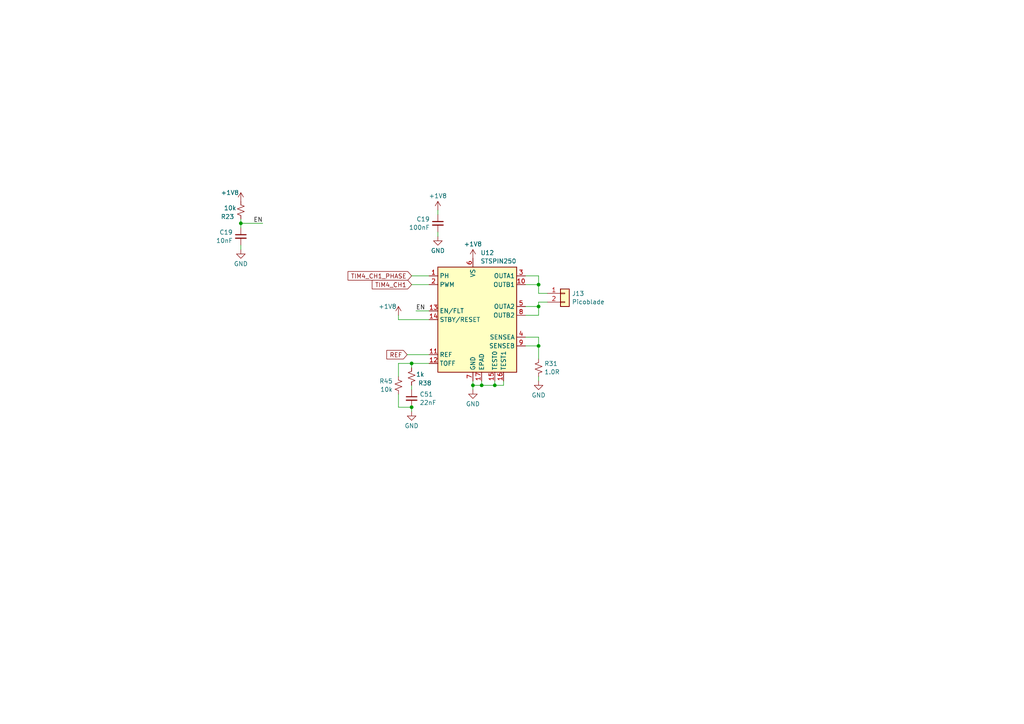
<source format=kicad_sch>
(kicad_sch (version 20230121) (generator eeschema)

  (uuid d3ae3c29-a710-4f7b-94c4-9f99cb159c5b)

  (paper "A4")

  (lib_symbols
    (symbol "Connector_Generic:Conn_01x02" (pin_names (offset 1.016) hide) (in_bom yes) (on_board yes)
      (property "Reference" "J" (at 0 2.54 0)
        (effects (font (size 1.27 1.27)))
      )
      (property "Value" "Conn_01x02" (at 0 -5.08 0)
        (effects (font (size 1.27 1.27)))
      )
      (property "Footprint" "" (at 0 0 0)
        (effects (font (size 1.27 1.27)) hide)
      )
      (property "Datasheet" "~" (at 0 0 0)
        (effects (font (size 1.27 1.27)) hide)
      )
      (property "ki_keywords" "connector" (at 0 0 0)
        (effects (font (size 1.27 1.27)) hide)
      )
      (property "ki_description" "Generic connector, single row, 01x02, script generated (kicad-library-utils/schlib/autogen/connector/)" (at 0 0 0)
        (effects (font (size 1.27 1.27)) hide)
      )
      (property "ki_fp_filters" "Connector*:*_1x??_*" (at 0 0 0)
        (effects (font (size 1.27 1.27)) hide)
      )
      (symbol "Conn_01x02_1_1"
        (rectangle (start -1.27 -2.413) (end 0 -2.667)
          (stroke (width 0.1524) (type default))
          (fill (type none))
        )
        (rectangle (start -1.27 0.127) (end 0 -0.127)
          (stroke (width 0.1524) (type default))
          (fill (type none))
        )
        (rectangle (start -1.27 1.27) (end 1.27 -3.81)
          (stroke (width 0.254) (type default))
          (fill (type background))
        )
        (pin passive line (at -5.08 0 0) (length 3.81)
          (name "Pin_1" (effects (font (size 1.27 1.27))))
          (number "1" (effects (font (size 1.27 1.27))))
        )
        (pin passive line (at -5.08 -2.54 0) (length 3.81)
          (name "Pin_2" (effects (font (size 1.27 1.27))))
          (number "2" (effects (font (size 1.27 1.27))))
        )
      )
    )
    (symbol "Device:C_Small" (pin_numbers hide) (pin_names (offset 0.254) hide) (in_bom yes) (on_board yes)
      (property "Reference" "C" (at 0.254 1.778 0)
        (effects (font (size 1.27 1.27)) (justify left))
      )
      (property "Value" "C_Small" (at 0.254 -2.032 0)
        (effects (font (size 1.27 1.27)) (justify left))
      )
      (property "Footprint" "" (at 0 0 0)
        (effects (font (size 1.27 1.27)) hide)
      )
      (property "Datasheet" "~" (at 0 0 0)
        (effects (font (size 1.27 1.27)) hide)
      )
      (property "ki_keywords" "capacitor cap" (at 0 0 0)
        (effects (font (size 1.27 1.27)) hide)
      )
      (property "ki_description" "Unpolarized capacitor, small symbol" (at 0 0 0)
        (effects (font (size 1.27 1.27)) hide)
      )
      (property "ki_fp_filters" "C_*" (at 0 0 0)
        (effects (font (size 1.27 1.27)) hide)
      )
      (symbol "C_Small_0_1"
        (polyline
          (pts
            (xy -1.524 -0.508)
            (xy 1.524 -0.508)
          )
          (stroke (width 0.3302) (type default))
          (fill (type none))
        )
        (polyline
          (pts
            (xy -1.524 0.508)
            (xy 1.524 0.508)
          )
          (stroke (width 0.3048) (type default))
          (fill (type none))
        )
      )
      (symbol "C_Small_1_1"
        (pin passive line (at 0 2.54 270) (length 2.032)
          (name "~" (effects (font (size 1.27 1.27))))
          (number "1" (effects (font (size 1.27 1.27))))
        )
        (pin passive line (at 0 -2.54 90) (length 2.032)
          (name "~" (effects (font (size 1.27 1.27))))
          (number "2" (effects (font (size 1.27 1.27))))
        )
      )
    )
    (symbol "Device:R_Small_US" (pin_numbers hide) (pin_names (offset 0.254) hide) (in_bom yes) (on_board yes)
      (property "Reference" "R" (at 0.762 0.508 0)
        (effects (font (size 1.27 1.27)) (justify left))
      )
      (property "Value" "R_Small_US" (at 0.762 -1.016 0)
        (effects (font (size 1.27 1.27)) (justify left))
      )
      (property "Footprint" "" (at 0 0 0)
        (effects (font (size 1.27 1.27)) hide)
      )
      (property "Datasheet" "~" (at 0 0 0)
        (effects (font (size 1.27 1.27)) hide)
      )
      (property "ki_keywords" "r resistor" (at 0 0 0)
        (effects (font (size 1.27 1.27)) hide)
      )
      (property "ki_description" "Resistor, small US symbol" (at 0 0 0)
        (effects (font (size 1.27 1.27)) hide)
      )
      (property "ki_fp_filters" "R_*" (at 0 0 0)
        (effects (font (size 1.27 1.27)) hide)
      )
      (symbol "R_Small_US_1_1"
        (polyline
          (pts
            (xy 0 0)
            (xy 1.016 -0.381)
            (xy 0 -0.762)
            (xy -1.016 -1.143)
            (xy 0 -1.524)
          )
          (stroke (width 0) (type default))
          (fill (type none))
        )
        (polyline
          (pts
            (xy 0 1.524)
            (xy 1.016 1.143)
            (xy 0 0.762)
            (xy -1.016 0.381)
            (xy 0 0)
          )
          (stroke (width 0) (type default))
          (fill (type none))
        )
        (pin passive line (at 0 2.54 270) (length 1.016)
          (name "~" (effects (font (size 1.27 1.27))))
          (number "1" (effects (font (size 1.27 1.27))))
        )
        (pin passive line (at 0 -2.54 90) (length 1.016)
          (name "~" (effects (font (size 1.27 1.27))))
          (number "2" (effects (font (size 1.27 1.27))))
        )
      )
    )
    (symbol "components_2:STSPIN250" (in_bom yes) (on_board yes)
      (property "Reference" "U" (at 6.35 21.59 0)
        (effects (font (size 1.27 1.27)))
      )
      (property "Value" "STSPIN250" (at 11.43 19.05 0)
        (effects (font (size 1.27 1.27)))
      )
      (property "Footprint" "" (at 0 24.13 0)
        (effects (font (size 1.27 1.27)) hide)
      )
      (property "Datasheet" "" (at 0 24.13 0)
        (effects (font (size 1.27 1.27)) hide)
      )
      (symbol "STSPIN250_0_1"
        (rectangle (start -10.16 15.24) (end 12.7 -15.24)
          (stroke (width 0.254) (type default))
          (fill (type background))
        )
      )
      (symbol "STSPIN250_1_1"
        (pin input line (at -12.7 12.7 0) (length 2.54)
          (name "PH" (effects (font (size 1.27 1.27))))
          (number "1" (effects (font (size 1.27 1.27))))
        )
        (pin power_out line (at 15.24 10.16 180) (length 2.54)
          (name "OUTB1" (effects (font (size 1.27 1.27))))
          (number "10" (effects (font (size 1.27 1.27))))
        )
        (pin input line (at -12.7 -10.16 0) (length 2.54)
          (name "REF" (effects (font (size 1.27 1.27))))
          (number "11" (effects (font (size 1.27 1.27))))
        )
        (pin input line (at -12.7 -12.7 0) (length 2.54)
          (name "TOFF" (effects (font (size 1.27 1.27))))
          (number "12" (effects (font (size 1.27 1.27))))
        )
        (pin bidirectional line (at -12.7 2.54 0) (length 2.54)
          (name "EN/FLT" (effects (font (size 1.27 1.27))))
          (number "13" (effects (font (size 1.27 1.27))))
        )
        (pin input line (at -12.7 0 0) (length 2.54)
          (name "STBY/RESET" (effects (font (size 1.27 1.27))))
          (number "14" (effects (font (size 1.27 1.27))))
        )
        (pin input line (at 6.35 -17.78 90) (length 2.54)
          (name "TEST0" (effects (font (size 1.27 1.27))))
          (number "15" (effects (font (size 1.27 1.27))))
        )
        (pin input line (at 8.89 -17.78 90) (length 2.54)
          (name "TEST1" (effects (font (size 1.27 1.27))))
          (number "16" (effects (font (size 1.27 1.27))))
        )
        (pin power_in line (at 2.54 -17.78 90) (length 2.54)
          (name "EPAD" (effects (font (size 1.27 1.27))))
          (number "17" (effects (font (size 1.27 1.27))))
        )
        (pin input line (at -12.7 10.16 0) (length 2.54)
          (name "PWM" (effects (font (size 1.27 1.27))))
          (number "2" (effects (font (size 1.27 1.27))))
        )
        (pin power_out line (at 15.24 12.7 180) (length 2.54)
          (name "OUTA1" (effects (font (size 1.27 1.27))))
          (number "3" (effects (font (size 1.27 1.27))))
        )
        (pin power_out line (at 15.24 -5.08 180) (length 2.54)
          (name "SENSEA" (effects (font (size 1.27 1.27))))
          (number "4" (effects (font (size 1.27 1.27))))
        )
        (pin power_out line (at 15.24 3.81 180) (length 2.54)
          (name "OUTA2" (effects (font (size 1.27 1.27))))
          (number "5" (effects (font (size 1.27 1.27))))
        )
        (pin power_in line (at 0 17.78 270) (length 2.54)
          (name "VS" (effects (font (size 1.27 1.27))))
          (number "6" (effects (font (size 1.27 1.27))))
        )
        (pin power_in line (at 0 -17.78 90) (length 2.54)
          (name "GND" (effects (font (size 1.27 1.27))))
          (number "7" (effects (font (size 1.27 1.27))))
        )
        (pin power_out line (at 15.24 1.27 180) (length 2.54)
          (name "OUTB2" (effects (font (size 1.27 1.27))))
          (number "8" (effects (font (size 1.27 1.27))))
        )
        (pin power_out line (at 15.24 -7.62 180) (length 2.54)
          (name "SENSEB" (effects (font (size 1.27 1.27))))
          (number "9" (effects (font (size 1.27 1.27))))
        )
      )
    )
    (symbol "power:+1V8" (power) (pin_names (offset 0)) (in_bom yes) (on_board yes)
      (property "Reference" "#PWR" (at 0 -3.81 0)
        (effects (font (size 1.27 1.27)) hide)
      )
      (property "Value" "+1V8" (at 0 3.556 0)
        (effects (font (size 1.27 1.27)))
      )
      (property "Footprint" "" (at 0 0 0)
        (effects (font (size 1.27 1.27)) hide)
      )
      (property "Datasheet" "" (at 0 0 0)
        (effects (font (size 1.27 1.27)) hide)
      )
      (property "ki_keywords" "global power" (at 0 0 0)
        (effects (font (size 1.27 1.27)) hide)
      )
      (property "ki_description" "Power symbol creates a global label with name \"+1V8\"" (at 0 0 0)
        (effects (font (size 1.27 1.27)) hide)
      )
      (symbol "+1V8_0_1"
        (polyline
          (pts
            (xy -0.762 1.27)
            (xy 0 2.54)
          )
          (stroke (width 0) (type default))
          (fill (type none))
        )
        (polyline
          (pts
            (xy 0 0)
            (xy 0 2.54)
          )
          (stroke (width 0) (type default))
          (fill (type none))
        )
        (polyline
          (pts
            (xy 0 2.54)
            (xy 0.762 1.27)
          )
          (stroke (width 0) (type default))
          (fill (type none))
        )
      )
      (symbol "+1V8_1_1"
        (pin power_in line (at 0 0 90) (length 0) hide
          (name "+1V8" (effects (font (size 1.27 1.27))))
          (number "1" (effects (font (size 1.27 1.27))))
        )
      )
    )
    (symbol "power:GND" (power) (pin_names (offset 0)) (in_bom yes) (on_board yes)
      (property "Reference" "#PWR" (at 0 -6.35 0)
        (effects (font (size 1.27 1.27)) hide)
      )
      (property "Value" "GND" (at 0 -3.81 0)
        (effects (font (size 1.27 1.27)))
      )
      (property "Footprint" "" (at 0 0 0)
        (effects (font (size 1.27 1.27)) hide)
      )
      (property "Datasheet" "" (at 0 0 0)
        (effects (font (size 1.27 1.27)) hide)
      )
      (property "ki_keywords" "global power" (at 0 0 0)
        (effects (font (size 1.27 1.27)) hide)
      )
      (property "ki_description" "Power symbol creates a global label with name \"GND\" , ground" (at 0 0 0)
        (effects (font (size 1.27 1.27)) hide)
      )
      (symbol "GND_0_1"
        (polyline
          (pts
            (xy 0 0)
            (xy 0 -1.27)
            (xy 1.27 -1.27)
            (xy 0 -2.54)
            (xy -1.27 -1.27)
            (xy 0 -1.27)
          )
          (stroke (width 0) (type default))
          (fill (type none))
        )
      )
      (symbol "GND_1_1"
        (pin power_in line (at 0 0 270) (length 0) hide
          (name "GND" (effects (font (size 1.27 1.27))))
          (number "1" (effects (font (size 1.27 1.27))))
        )
      )
    )
  )

  (junction (at 156.21 88.9) (diameter 0) (color 0 0 0 0)
    (uuid 434cb4db-e008-497a-ac75-29356549856d)
  )
  (junction (at 156.21 82.55) (diameter 0) (color 0 0 0 0)
    (uuid 73c65292-b353-4b6d-8478-edeff7afb8c7)
  )
  (junction (at 119.38 118.11) (diameter 0) (color 0 0 0 0)
    (uuid 94b6b8c9-8047-4795-9a9c-fb7cd95c839f)
  )
  (junction (at 156.21 100.33) (diameter 0) (color 0 0 0 0)
    (uuid a7a6fb4e-42d6-42a7-bbf0-d6c88e0348fa)
  )
  (junction (at 69.85 64.77) (diameter 0) (color 0 0 0 0)
    (uuid af5a4d4f-7c0c-4980-a39b-e81e89b5f561)
  )
  (junction (at 143.51 111.76) (diameter 0) (color 0 0 0 0)
    (uuid b3b1cf1f-3840-4d7e-9047-79997c3d87d6)
  )
  (junction (at 137.16 111.76) (diameter 0) (color 0 0 0 0)
    (uuid cbccabf5-514d-4f33-a5e2-8afd2e5196d0)
  )
  (junction (at 119.38 105.41) (diameter 0) (color 0 0 0 0)
    (uuid e8e8b19e-38ee-46f6-abe7-2eb9415a0c45)
  )
  (junction (at 139.7 111.76) (diameter 0) (color 0 0 0 0)
    (uuid ef668624-f822-4384-8bde-da48dda47b2b)
  )

  (wire (pts (xy 158.75 87.63) (xy 156.21 87.63))
    (stroke (width 0) (type default))
    (uuid 03cd1acd-860c-41b6-a0cf-6e5051d36e0a)
  )
  (wire (pts (xy 119.38 119.38) (xy 119.38 118.11))
    (stroke (width 0) (type default))
    (uuid 0b449ecc-9c82-4820-8698-d2d4d1a6b484)
  )
  (wire (pts (xy 152.4 91.44) (xy 156.21 91.44))
    (stroke (width 0) (type default))
    (uuid 0eadbab4-a729-4a40-b7f8-df60fec4a64f)
  )
  (wire (pts (xy 115.57 92.71) (xy 124.46 92.71))
    (stroke (width 0) (type default))
    (uuid 0f466d35-9b0b-4ceb-b8cd-ea19adb3e898)
  )
  (wire (pts (xy 143.51 111.76) (xy 143.51 110.49))
    (stroke (width 0) (type default))
    (uuid 19da91f9-6a5f-48be-9fcf-aa2467619f8e)
  )
  (wire (pts (xy 156.21 100.33) (xy 156.21 104.14))
    (stroke (width 0) (type default))
    (uuid 1b9f4e11-f494-4182-b389-bc772a267783)
  )
  (wire (pts (xy 115.57 105.41) (xy 119.38 105.41))
    (stroke (width 0) (type default))
    (uuid 20724527-7776-4670-b0cc-9f7d650e952e)
  )
  (wire (pts (xy 156.21 97.79) (xy 156.21 100.33))
    (stroke (width 0) (type default))
    (uuid 23522f3e-82c7-4660-bf36-698bed9ff747)
  )
  (wire (pts (xy 115.57 105.41) (xy 115.57 109.22))
    (stroke (width 0) (type default))
    (uuid 266f7f8c-85f0-4bfc-ac14-3e43d1278dbb)
  )
  (wire (pts (xy 139.7 111.76) (xy 143.51 111.76))
    (stroke (width 0) (type default))
    (uuid 2c7a6d3a-27d4-47e9-a4c8-a2f54c3346dd)
  )
  (wire (pts (xy 69.85 71.12) (xy 69.85 72.39))
    (stroke (width 0) (type default))
    (uuid 2cb0672d-7102-4f4d-a124-547c9f32d7ba)
  )
  (wire (pts (xy 115.57 91.44) (xy 115.57 92.71))
    (stroke (width 0) (type default))
    (uuid 2e373b68-696b-43be-8c67-9f63ce48e298)
  )
  (wire (pts (xy 119.38 111.76) (xy 119.38 113.03))
    (stroke (width 0) (type default))
    (uuid 2e7aa4f7-2f59-45c0-9c9e-df1fa5d386ac)
  )
  (wire (pts (xy 119.38 80.01) (xy 124.46 80.01))
    (stroke (width 0) (type default))
    (uuid 32fba570-10bf-4310-a88c-49f2addc2feb)
  )
  (wire (pts (xy 118.11 102.87) (xy 124.46 102.87))
    (stroke (width 0) (type default))
    (uuid 35104c46-ec08-4e41-8d31-9452fb4f5f94)
  )
  (wire (pts (xy 69.85 64.77) (xy 76.2 64.77))
    (stroke (width 0) (type default))
    (uuid 364f66b9-2f6e-4318-9d16-0638c5b23fe9)
  )
  (wire (pts (xy 156.21 88.9) (xy 156.21 91.44))
    (stroke (width 0) (type default))
    (uuid 445ea813-6607-4352-8695-0473fe659a8a)
  )
  (wire (pts (xy 137.16 111.76) (xy 137.16 113.03))
    (stroke (width 0) (type default))
    (uuid 45a19862-9131-4617-be6d-7f257a3c5054)
  )
  (wire (pts (xy 139.7 111.76) (xy 139.7 110.49))
    (stroke (width 0) (type default))
    (uuid 487c0dd1-8201-4f33-b8f2-393144b038f8)
  )
  (wire (pts (xy 146.05 111.76) (xy 146.05 110.49))
    (stroke (width 0) (type default))
    (uuid 4ce01599-ccbc-4594-b42d-d099858787a8)
  )
  (wire (pts (xy 137.16 110.49) (xy 137.16 111.76))
    (stroke (width 0) (type default))
    (uuid 603a7429-cd78-4607-ab5d-caf3dfa7385e)
  )
  (wire (pts (xy 119.38 82.55) (xy 124.46 82.55))
    (stroke (width 0) (type default))
    (uuid 6165833e-b2b4-40e2-b53c-1ceac493182e)
  )
  (wire (pts (xy 69.85 63.5) (xy 69.85 64.77))
    (stroke (width 0) (type default))
    (uuid 684aad55-d748-42c6-acf4-cd200be391ff)
  )
  (wire (pts (xy 156.21 85.09) (xy 158.75 85.09))
    (stroke (width 0) (type default))
    (uuid 6d3e1bae-fd32-4e05-b28b-78396ec183c2)
  )
  (wire (pts (xy 127 67.31) (xy 127 68.58))
    (stroke (width 0) (type default))
    (uuid 78851fe2-9688-4dbc-9a81-e27ce981c1f3)
  )
  (wire (pts (xy 156.21 82.55) (xy 156.21 85.09))
    (stroke (width 0) (type default))
    (uuid 815d45b0-8540-4fa8-8a69-4ab3476e3638)
  )
  (wire (pts (xy 152.4 82.55) (xy 156.21 82.55))
    (stroke (width 0) (type default))
    (uuid 911ea3c5-c522-48e4-b8b7-ffe02eb55a93)
  )
  (wire (pts (xy 143.51 111.76) (xy 146.05 111.76))
    (stroke (width 0) (type default))
    (uuid 91d6b792-46f7-47f9-91e4-44f1397bc96d)
  )
  (wire (pts (xy 152.4 97.79) (xy 156.21 97.79))
    (stroke (width 0) (type default))
    (uuid a13d80eb-dd9f-4a70-b224-482e1c96e3df)
  )
  (wire (pts (xy 69.85 64.77) (xy 69.85 66.04))
    (stroke (width 0) (type default))
    (uuid a2b9a575-6723-42ed-9fa6-26060a5f9d36)
  )
  (wire (pts (xy 156.21 88.9) (xy 152.4 88.9))
    (stroke (width 0) (type default))
    (uuid a660deba-e634-41a5-9be9-1acdd54ca362)
  )
  (wire (pts (xy 152.4 100.33) (xy 156.21 100.33))
    (stroke (width 0) (type default))
    (uuid b7184f51-76fc-4818-af53-3af825e81bd1)
  )
  (wire (pts (xy 115.57 118.11) (xy 119.38 118.11))
    (stroke (width 0) (type default))
    (uuid c318da2f-fddf-4636-993e-5bc7cca1beac)
  )
  (wire (pts (xy 156.21 80.01) (xy 156.21 82.55))
    (stroke (width 0) (type default))
    (uuid df2ba190-63ee-43e9-80ec-603bc7b1877f)
  )
  (wire (pts (xy 137.16 111.76) (xy 139.7 111.76))
    (stroke (width 0) (type default))
    (uuid e3059f48-6eba-4772-a1e5-7160201bb03c)
  )
  (wire (pts (xy 120.65 90.17) (xy 124.46 90.17))
    (stroke (width 0) (type default))
    (uuid e9a31b84-fa76-47dc-b181-4530f0359c14)
  )
  (wire (pts (xy 156.21 109.22) (xy 156.21 110.49))
    (stroke (width 0) (type default))
    (uuid eb020714-22ff-400a-b95c-78631cd48784)
  )
  (wire (pts (xy 119.38 105.41) (xy 119.38 106.68))
    (stroke (width 0) (type default))
    (uuid f1eb8655-58c5-4a22-8f79-c4cc1f1bf9d1)
  )
  (wire (pts (xy 127 60.96) (xy 127 62.23))
    (stroke (width 0) (type default))
    (uuid f720122c-4380-418b-9614-9675d2e484e4)
  )
  (wire (pts (xy 115.57 114.3) (xy 115.57 118.11))
    (stroke (width 0) (type default))
    (uuid f7316a7e-2476-4819-8fb7-96fb7a77e1e5)
  )
  (wire (pts (xy 119.38 105.41) (xy 124.46 105.41))
    (stroke (width 0) (type default))
    (uuid f7a28afd-0294-4a52-a35d-87b0cb052b0f)
  )
  (wire (pts (xy 156.21 87.63) (xy 156.21 88.9))
    (stroke (width 0) (type default))
    (uuid fd07932c-b6c9-4dc1-bdde-48111e3bddea)
  )
  (wire (pts (xy 152.4 80.01) (xy 156.21 80.01))
    (stroke (width 0) (type default))
    (uuid fd3999ed-52e0-460b-b2ea-b4287d468792)
  )

  (label "EN" (at 76.2 64.77 180) (fields_autoplaced)
    (effects (font (size 1.27 1.27)) (justify right bottom))
    (uuid 387a51ce-62e1-4efd-8428-5e0362811d17)
  )
  (label "EN" (at 120.65 90.17 0) (fields_autoplaced)
    (effects (font (size 1.27 1.27)) (justify left bottom))
    (uuid cc3ae181-a2dc-4730-89a8-d239b9afe088)
  )

  (global_label "REF" (shape input) (at 118.11 102.87 180) (fields_autoplaced)
    (effects (font (size 1.27 1.27)) (justify right))
    (uuid 7757f46d-4ce2-453b-90ed-50ac3b0e1cd9)
    (property "Intersheetrefs" "${INTERSHEET_REFS}" (at 111.6172 102.87 0)
      (effects (font (size 1.27 1.27)) (justify right) hide)
    )
  )
  (global_label "TIM4_CH1" (shape input) (at 119.38 82.55 180) (fields_autoplaced)
    (effects (font (size 1.27 1.27)) (justify right))
    (uuid 7b10bc26-e26d-4c62-852a-0a40a4986269)
    (property "Intersheetrefs" "${INTERSHEET_REFS}" (at 107.3839 82.55 0)
      (effects (font (size 1.27 1.27)) (justify right) hide)
    )
  )
  (global_label "TIM4_CH1_PHASE" (shape input) (at 119.38 80.01 180) (fields_autoplaced)
    (effects (font (size 1.27 1.27)) (justify right))
    (uuid b3ec9613-4f4b-48a6-b9ad-c62248ce7f64)
    (property "Intersheetrefs" "${INTERSHEET_REFS}" (at 100.3687 80.01 0)
      (effects (font (size 1.27 1.27)) (justify right) hide)
    )
  )

  (symbol (lib_id "components_2:STSPIN250") (at 137.16 92.71 0) (unit 1)
    (in_bom yes) (on_board yes) (dnp no) (fields_autoplaced)
    (uuid 19eeca92-6ca8-4a31-b672-8fde65669788)
    (property "Reference" "U12" (at 139.3541 73.3257 0)
      (effects (font (size 1.27 1.27)) (justify left))
    )
    (property "Value" "STSPIN250" (at 139.3541 75.7499 0)
      (effects (font (size 1.27 1.27)) (justify left))
    )
    (property "Footprint" "Ultra_librarian:VFQFPN16_STSPIN_STM" (at 137.16 68.58 0)
      (effects (font (size 1.27 1.27)) hide)
    )
    (property "Datasheet" "" (at 137.16 68.58 0)
      (effects (font (size 1.27 1.27)) hide)
    )
    (property "LCSC" "C155561" (at 137.16 92.71 0)
      (effects (font (size 1.27 1.27)) hide)
    )
    (pin "1" (uuid e46c6c14-ad89-41e7-8adc-19629b9363a5))
    (pin "10" (uuid 97811da0-6c20-4a56-8acc-ede948d652a4))
    (pin "11" (uuid 6cd8da83-5e41-42b5-9795-1502d753ce59))
    (pin "12" (uuid 5072d2bc-849c-45b0-86a6-f246efd8c396))
    (pin "13" (uuid 4e2c5edb-598c-4673-981e-bcf1a29386c7))
    (pin "14" (uuid ed236e16-818c-40c0-8947-e853eeccb1af))
    (pin "15" (uuid 027bc0af-25d8-4ee4-b50a-e4daa7fb83c4))
    (pin "16" (uuid 1f78152d-2d05-4851-8d13-4c6d33a2c056))
    (pin "17" (uuid 2a41c778-4014-4d8b-a467-265f45364098))
    (pin "2" (uuid d0ed151e-5bd0-4e9e-9f18-83566a9c2c95))
    (pin "3" (uuid e5cded07-f179-4277-acae-df617063fae1))
    (pin "4" (uuid 7dcbdaa4-9ce3-441b-bc2b-1453d2e23489))
    (pin "5" (uuid 73c7dc44-4717-45ba-9c72-8d83ddba3050))
    (pin "6" (uuid b625d927-c8b1-4d35-b443-f77956de00b2))
    (pin "7" (uuid fac90f5f-7773-4d00-a29d-cf122037bab4))
    (pin "8" (uuid a5d3c886-c924-40c6-89f2-10d7a9adb180))
    (pin "9" (uuid 917c6d82-403f-49be-8bb7-e6186ace1d0d))
    (instances
      (project "KASM_PCB_REV1"
        (path "/bcd76057-59fd-41c5-bb52-9bafb2ef74e0/04e958db-aa3d-41e7-905b-1283accbf3a5"
          (reference "U12") (unit 1)
        )
        (path "/bcd76057-59fd-41c5-bb52-9bafb2ef74e0/04e958db-aa3d-41e7-905b-1283accbf3a5/18dc00ae-3159-4780-b672-12977f79e5ac"
          (reference "U5") (unit 1)
        )
        (path "/bcd76057-59fd-41c5-bb52-9bafb2ef74e0/04e958db-aa3d-41e7-905b-1283accbf3a5/0e4a8bf2-0dd0-4daf-93f5-21aaab6e9079"
          (reference "U12") (unit 1)
        )
        (path "/bcd76057-59fd-41c5-bb52-9bafb2ef74e0/04e958db-aa3d-41e7-905b-1283accbf3a5/fa3e3175-0ec2-4c23-918b-18b69f6d22c9"
          (reference "U7") (unit 1)
        )
        (path "/bcd76057-59fd-41c5-bb52-9bafb2ef74e0/04e958db-aa3d-41e7-905b-1283accbf3a5/5eb57887-e81e-4477-9dd7-7aacc0de0d0b"
          (reference "U34") (unit 1)
        )
        (path "/bcd76057-59fd-41c5-bb52-9bafb2ef74e0/04e958db-aa3d-41e7-905b-1283accbf3a5/e0928f68-e618-4bed-a90d-d4217e4537fe"
          (reference "U35") (unit 1)
        )
        (path "/bcd76057-59fd-41c5-bb52-9bafb2ef74e0/04e958db-aa3d-41e7-905b-1283accbf3a5/035548b8-a31f-4ce4-88ad-eb25e49c8086"
          (reference "U36") (unit 1)
        )
        (path "/bcd76057-59fd-41c5-bb52-9bafb2ef74e0/04e958db-aa3d-41e7-905b-1283accbf3a5/ea7abcee-3bcc-4e0d-ba1f-bfc5afeaff56"
          (reference "U37") (unit 1)
        )
        (path "/bcd76057-59fd-41c5-bb52-9bafb2ef74e0/04e958db-aa3d-41e7-905b-1283accbf3a5/d43b2610-0e88-49f5-accf-91021c3a3747"
          (reference "U38") (unit 1)
        )
        (path "/bcd76057-59fd-41c5-bb52-9bafb2ef74e0/04e958db-aa3d-41e7-905b-1283accbf3a5/183aa310-3222-4137-baac-257f5699b820"
          (reference "U39") (unit 1)
        )
        (path "/bcd76057-59fd-41c5-bb52-9bafb2ef74e0/04e958db-aa3d-41e7-905b-1283accbf3a5/517c7ed0-094c-4bf8-893e-b74da427973a"
          (reference "U40") (unit 1)
        )
        (path "/bcd76057-59fd-41c5-bb52-9bafb2ef74e0/04e958db-aa3d-41e7-905b-1283accbf3a5/31bee4a8-b94d-44ab-a7b7-0e5ab7943934"
          (reference "U41") (unit 1)
        )
        (path "/bcd76057-59fd-41c5-bb52-9bafb2ef74e0/04e958db-aa3d-41e7-905b-1283accbf3a5/3c7f0f67-84e4-46e0-ae69-a3c8008fc518"
          (reference "U42") (unit 1)
        )
        (path "/bcd76057-59fd-41c5-bb52-9bafb2ef74e0/04e958db-aa3d-41e7-905b-1283accbf3a5/debcf873-ffd9-4218-a838-354e10f40114"
          (reference "U44") (unit 1)
        )
        (path "/bcd76057-59fd-41c5-bb52-9bafb2ef74e0/04e958db-aa3d-41e7-905b-1283accbf3a5/f3d20732-cdac-44e3-a331-3cd31b97ff57"
          (reference "U45") (unit 1)
        )
        (path "/bcd76057-59fd-41c5-bb52-9bafb2ef74e0/04e958db-aa3d-41e7-905b-1283accbf3a5/d282b751-7721-4014-b2b7-469980c2fd3d"
          (reference "U46") (unit 1)
        )
        (path "/bcd76057-59fd-41c5-bb52-9bafb2ef74e0/04e958db-aa3d-41e7-905b-1283accbf3a5/2f342150-1aa1-4808-811e-c8652a7360ed"
          (reference "U47") (unit 1)
        )
        (path "/bcd76057-59fd-41c5-bb52-9bafb2ef74e0/04e958db-aa3d-41e7-905b-1283accbf3a5/880b3b36-85e8-4c3c-aa09-491ac2842d9f"
          (reference "U48") (unit 1)
        )
        (path "/bcd76057-59fd-41c5-bb52-9bafb2ef74e0/04e958db-aa3d-41e7-905b-1283accbf3a5/a00a6dc6-5da7-4e1f-b4ec-6af8efc204f4"
          (reference "U49") (unit 1)
        )
        (path "/bcd76057-59fd-41c5-bb52-9bafb2ef74e0/04e958db-aa3d-41e7-905b-1283accbf3a5/fb97f32a-344e-42d0-80a3-2f30f649c95b"
          (reference "U50") (unit 1)
        )
        (path "/bcd76057-59fd-41c5-bb52-9bafb2ef74e0/04e958db-aa3d-41e7-905b-1283accbf3a5/758d2951-640e-4c88-be12-1a100eb086a5"
          (reference "U51") (unit 1)
        )
        (path "/bcd76057-59fd-41c5-bb52-9bafb2ef74e0/04e958db-aa3d-41e7-905b-1283accbf3a5/1e6d7f69-4122-453e-9254-d2339f5150d7"
          (reference "U52") (unit 1)
        )
        (path "/bcd76057-59fd-41c5-bb52-9bafb2ef74e0/04e958db-aa3d-41e7-905b-1283accbf3a5/cc8e9e82-b38f-4c96-81d0-3ca8ac77f771"
          (reference "U53") (unit 1)
        )
        (path "/bcd76057-59fd-41c5-bb52-9bafb2ef74e0/04e958db-aa3d-41e7-905b-1283accbf3a5/b1894ed9-6a63-4439-a2e8-1827c3e49ee7"
          (reference "U54") (unit 1)
        )
        (path "/bcd76057-59fd-41c5-bb52-9bafb2ef74e0/04e958db-aa3d-41e7-905b-1283accbf3a5/a49d49c7-da1f-4137-a620-bdc9f58595d1"
          (reference "U55") (unit 1)
        )
        (path "/bcd76057-59fd-41c5-bb52-9bafb2ef74e0/04e958db-aa3d-41e7-905b-1283accbf3a5/80cd4e08-0efe-488f-8e92-54beb1b4d1f2"
          (reference "U56") (unit 1)
        )
        (path "/bcd76057-59fd-41c5-bb52-9bafb2ef74e0/04e958db-aa3d-41e7-905b-1283accbf3a5/317da025-5f62-4c93-8d06-7954e608af1c"
          (reference "U57") (unit 1)
        )
        (path "/bcd76057-59fd-41c5-bb52-9bafb2ef74e0/04e958db-aa3d-41e7-905b-1283accbf3a5/09624144-9abc-4214-b8b3-19be92fa01bb"
          (reference "U43") (unit 1)
        )
      )
    )
  )

  (symbol (lib_id "power:GND") (at 119.38 119.38 0) (unit 1)
    (in_bom yes) (on_board yes) (dnp no)
    (uuid 1b560aea-f1d1-4242-9055-9226e0b1f112)
    (property "Reference" "#PWR0113" (at 119.38 125.73 0)
      (effects (font (size 1.27 1.27)) hide)
    )
    (property "Value" "GND" (at 119.38 123.5131 0)
      (effects (font (size 1.27 1.27)))
    )
    (property "Footprint" "" (at 119.38 119.38 0)
      (effects (font (size 1.27 1.27)) hide)
    )
    (property "Datasheet" "" (at 119.38 119.38 0)
      (effects (font (size 1.27 1.27)) hide)
    )
    (pin "1" (uuid 4637a27a-c5c6-4311-b6dc-3fecae4bd51a))
    (instances
      (project "KASM_PCB_REV1"
        (path "/bcd76057-59fd-41c5-bb52-9bafb2ef74e0/04e958db-aa3d-41e7-905b-1283accbf3a5"
          (reference "#PWR0113") (unit 1)
        )
        (path "/bcd76057-59fd-41c5-bb52-9bafb2ef74e0/04e958db-aa3d-41e7-905b-1283accbf3a5/18dc00ae-3159-4780-b672-12977f79e5ac"
          (reference "#PWR0106") (unit 1)
        )
        (path "/bcd76057-59fd-41c5-bb52-9bafb2ef74e0/04e958db-aa3d-41e7-905b-1283accbf3a5/0e4a8bf2-0dd0-4daf-93f5-21aaab6e9079"
          (reference "#PWR0262") (unit 1)
        )
        (path "/bcd76057-59fd-41c5-bb52-9bafb2ef74e0/04e958db-aa3d-41e7-905b-1283accbf3a5/fa3e3175-0ec2-4c23-918b-18b69f6d22c9"
          (reference "#PWR0108") (unit 1)
        )
        (path "/bcd76057-59fd-41c5-bb52-9bafb2ef74e0/04e958db-aa3d-41e7-905b-1283accbf3a5/5eb57887-e81e-4477-9dd7-7aacc0de0d0b"
          (reference "#PWR0269") (unit 1)
        )
        (path "/bcd76057-59fd-41c5-bb52-9bafb2ef74e0/04e958db-aa3d-41e7-905b-1283accbf3a5/e0928f68-e618-4bed-a90d-d4217e4537fe"
          (reference "#PWR0276") (unit 1)
        )
        (path "/bcd76057-59fd-41c5-bb52-9bafb2ef74e0/04e958db-aa3d-41e7-905b-1283accbf3a5/035548b8-a31f-4ce4-88ad-eb25e49c8086"
          (reference "#PWR0283") (unit 1)
        )
        (path "/bcd76057-59fd-41c5-bb52-9bafb2ef74e0/04e958db-aa3d-41e7-905b-1283accbf3a5/ea7abcee-3bcc-4e0d-ba1f-bfc5afeaff56"
          (reference "#PWR0290") (unit 1)
        )
        (path "/bcd76057-59fd-41c5-bb52-9bafb2ef74e0/04e958db-aa3d-41e7-905b-1283accbf3a5/d43b2610-0e88-49f5-accf-91021c3a3747"
          (reference "#PWR0297") (unit 1)
        )
        (path "/bcd76057-59fd-41c5-bb52-9bafb2ef74e0/04e958db-aa3d-41e7-905b-1283accbf3a5/183aa310-3222-4137-baac-257f5699b820"
          (reference "#PWR0304") (unit 1)
        )
        (path "/bcd76057-59fd-41c5-bb52-9bafb2ef74e0/04e958db-aa3d-41e7-905b-1283accbf3a5/517c7ed0-094c-4bf8-893e-b74da427973a"
          (reference "#PWR0311") (unit 1)
        )
        (path "/bcd76057-59fd-41c5-bb52-9bafb2ef74e0/04e958db-aa3d-41e7-905b-1283accbf3a5/31bee4a8-b94d-44ab-a7b7-0e5ab7943934"
          (reference "#PWR0318") (unit 1)
        )
        (path "/bcd76057-59fd-41c5-bb52-9bafb2ef74e0/04e958db-aa3d-41e7-905b-1283accbf3a5/3c7f0f67-84e4-46e0-ae69-a3c8008fc518"
          (reference "#PWR0325") (unit 1)
        )
        (path "/bcd76057-59fd-41c5-bb52-9bafb2ef74e0/04e958db-aa3d-41e7-905b-1283accbf3a5/debcf873-ffd9-4218-a838-354e10f40114"
          (reference "#PWR0339") (unit 1)
        )
        (path "/bcd76057-59fd-41c5-bb52-9bafb2ef74e0/04e958db-aa3d-41e7-905b-1283accbf3a5/f3d20732-cdac-44e3-a331-3cd31b97ff57"
          (reference "#PWR0346") (unit 1)
        )
        (path "/bcd76057-59fd-41c5-bb52-9bafb2ef74e0/04e958db-aa3d-41e7-905b-1283accbf3a5/d282b751-7721-4014-b2b7-469980c2fd3d"
          (reference "#PWR0353") (unit 1)
        )
        (path "/bcd76057-59fd-41c5-bb52-9bafb2ef74e0/04e958db-aa3d-41e7-905b-1283accbf3a5/2f342150-1aa1-4808-811e-c8652a7360ed"
          (reference "#PWR0360") (unit 1)
        )
        (path "/bcd76057-59fd-41c5-bb52-9bafb2ef74e0/04e958db-aa3d-41e7-905b-1283accbf3a5/880b3b36-85e8-4c3c-aa09-491ac2842d9f"
          (reference "#PWR0367") (unit 1)
        )
        (path "/bcd76057-59fd-41c5-bb52-9bafb2ef74e0/04e958db-aa3d-41e7-905b-1283accbf3a5/a00a6dc6-5da7-4e1f-b4ec-6af8efc204f4"
          (reference "#PWR0374") (unit 1)
        )
        (path "/bcd76057-59fd-41c5-bb52-9bafb2ef74e0/04e958db-aa3d-41e7-905b-1283accbf3a5/fb97f32a-344e-42d0-80a3-2f30f649c95b"
          (reference "#PWR0381") (unit 1)
        )
        (path "/bcd76057-59fd-41c5-bb52-9bafb2ef74e0/04e958db-aa3d-41e7-905b-1283accbf3a5/758d2951-640e-4c88-be12-1a100eb086a5"
          (reference "#PWR0388") (unit 1)
        )
        (path "/bcd76057-59fd-41c5-bb52-9bafb2ef74e0/04e958db-aa3d-41e7-905b-1283accbf3a5/1e6d7f69-4122-453e-9254-d2339f5150d7"
          (reference "#PWR0395") (unit 1)
        )
        (path "/bcd76057-59fd-41c5-bb52-9bafb2ef74e0/04e958db-aa3d-41e7-905b-1283accbf3a5/cc8e9e82-b38f-4c96-81d0-3ca8ac77f771"
          (reference "#PWR0402") (unit 1)
        )
        (path "/bcd76057-59fd-41c5-bb52-9bafb2ef74e0/04e958db-aa3d-41e7-905b-1283accbf3a5/b1894ed9-6a63-4439-a2e8-1827c3e49ee7"
          (reference "#PWR0409") (unit 1)
        )
        (path "/bcd76057-59fd-41c5-bb52-9bafb2ef74e0/04e958db-aa3d-41e7-905b-1283accbf3a5/a49d49c7-da1f-4137-a620-bdc9f58595d1"
          (reference "#PWR0416") (unit 1)
        )
        (path "/bcd76057-59fd-41c5-bb52-9bafb2ef74e0/04e958db-aa3d-41e7-905b-1283accbf3a5/80cd4e08-0efe-488f-8e92-54beb1b4d1f2"
          (reference "#PWR0423") (unit 1)
        )
        (path "/bcd76057-59fd-41c5-bb52-9bafb2ef74e0/04e958db-aa3d-41e7-905b-1283accbf3a5/317da025-5f62-4c93-8d06-7954e608af1c"
          (reference "#PWR0430") (unit 1)
        )
        (path "/bcd76057-59fd-41c5-bb52-9bafb2ef74e0/04e958db-aa3d-41e7-905b-1283accbf3a5/09624144-9abc-4214-b8b3-19be92fa01bb"
          (reference "#PWR0332") (unit 1)
        )
      )
    )
  )

  (symbol (lib_id "Device:R_Small_US") (at 115.57 111.76 0) (unit 1)
    (in_bom yes) (on_board yes) (dnp no)
    (uuid 1c0f638b-f20f-4b2e-b1b4-83a656ba64a2)
    (property "Reference" "R45" (at 113.919 110.5479 0)
      (effects (font (size 1.27 1.27)) (justify right))
    )
    (property "Value" "10k" (at 113.919 112.9721 0)
      (effects (font (size 1.27 1.27)) (justify right))
    )
    (property "Footprint" "Resistor_SMD:R_0402_1005Metric" (at 115.57 111.76 0)
      (effects (font (size 1.27 1.27)) hide)
    )
    (property "Datasheet" "~" (at 115.57 111.76 0)
      (effects (font (size 1.27 1.27)) hide)
    )
    (property "LCSC" "C25744" (at 115.57 111.76 0)
      (effects (font (size 1.27 1.27)) hide)
    )
    (pin "1" (uuid 32b177db-daf9-4a6b-9c8f-4c4a6aa2c23e))
    (pin "2" (uuid 07fe93d4-1469-4ba6-a4b1-0eeff5425a0e))
    (instances
      (project "KASM_PCB_REV1"
        (path "/bcd76057-59fd-41c5-bb52-9bafb2ef74e0/04e958db-aa3d-41e7-905b-1283accbf3a5"
          (reference "R45") (unit 1)
        )
        (path "/bcd76057-59fd-41c5-bb52-9bafb2ef74e0/04e958db-aa3d-41e7-905b-1283accbf3a5/18dc00ae-3159-4780-b672-12977f79e5ac"
          (reference "R45") (unit 1)
        )
        (path "/bcd76057-59fd-41c5-bb52-9bafb2ef74e0/04e958db-aa3d-41e7-905b-1283accbf3a5/0e4a8bf2-0dd0-4daf-93f5-21aaab6e9079"
          (reference "R110") (unit 1)
        )
        (path "/bcd76057-59fd-41c5-bb52-9bafb2ef74e0/04e958db-aa3d-41e7-905b-1283accbf3a5/fa3e3175-0ec2-4c23-918b-18b69f6d22c9"
          (reference "R40") (unit 1)
        )
        (path "/bcd76057-59fd-41c5-bb52-9bafb2ef74e0/04e958db-aa3d-41e7-905b-1283accbf3a5/5eb57887-e81e-4477-9dd7-7aacc0de0d0b"
          (reference "R113") (unit 1)
        )
        (path "/bcd76057-59fd-41c5-bb52-9bafb2ef74e0/04e958db-aa3d-41e7-905b-1283accbf3a5/e0928f68-e618-4bed-a90d-d4217e4537fe"
          (reference "R116") (unit 1)
        )
        (path "/bcd76057-59fd-41c5-bb52-9bafb2ef74e0/04e958db-aa3d-41e7-905b-1283accbf3a5/035548b8-a31f-4ce4-88ad-eb25e49c8086"
          (reference "R119") (unit 1)
        )
        (path "/bcd76057-59fd-41c5-bb52-9bafb2ef74e0/04e958db-aa3d-41e7-905b-1283accbf3a5/ea7abcee-3bcc-4e0d-ba1f-bfc5afeaff56"
          (reference "R122") (unit 1)
        )
        (path "/bcd76057-59fd-41c5-bb52-9bafb2ef74e0/04e958db-aa3d-41e7-905b-1283accbf3a5/d43b2610-0e88-49f5-accf-91021c3a3747"
          (reference "R125") (unit 1)
        )
        (path "/bcd76057-59fd-41c5-bb52-9bafb2ef74e0/04e958db-aa3d-41e7-905b-1283accbf3a5/183aa310-3222-4137-baac-257f5699b820"
          (reference "R128") (unit 1)
        )
        (path "/bcd76057-59fd-41c5-bb52-9bafb2ef74e0/04e958db-aa3d-41e7-905b-1283accbf3a5/517c7ed0-094c-4bf8-893e-b74da427973a"
          (reference "R131") (unit 1)
        )
        (path "/bcd76057-59fd-41c5-bb52-9bafb2ef74e0/04e958db-aa3d-41e7-905b-1283accbf3a5/31bee4a8-b94d-44ab-a7b7-0e5ab7943934"
          (reference "R134") (unit 1)
        )
        (path "/bcd76057-59fd-41c5-bb52-9bafb2ef74e0/04e958db-aa3d-41e7-905b-1283accbf3a5/3c7f0f67-84e4-46e0-ae69-a3c8008fc518"
          (reference "R137") (unit 1)
        )
        (path "/bcd76057-59fd-41c5-bb52-9bafb2ef74e0/04e958db-aa3d-41e7-905b-1283accbf3a5/debcf873-ffd9-4218-a838-354e10f40114"
          (reference "R143") (unit 1)
        )
        (path "/bcd76057-59fd-41c5-bb52-9bafb2ef74e0/04e958db-aa3d-41e7-905b-1283accbf3a5/f3d20732-cdac-44e3-a331-3cd31b97ff57"
          (reference "R146") (unit 1)
        )
        (path "/bcd76057-59fd-41c5-bb52-9bafb2ef74e0/04e958db-aa3d-41e7-905b-1283accbf3a5/d282b751-7721-4014-b2b7-469980c2fd3d"
          (reference "R149") (unit 1)
        )
        (path "/bcd76057-59fd-41c5-bb52-9bafb2ef74e0/04e958db-aa3d-41e7-905b-1283accbf3a5/2f342150-1aa1-4808-811e-c8652a7360ed"
          (reference "R152") (unit 1)
        )
        (path "/bcd76057-59fd-41c5-bb52-9bafb2ef74e0/04e958db-aa3d-41e7-905b-1283accbf3a5/880b3b36-85e8-4c3c-aa09-491ac2842d9f"
          (reference "R155") (unit 1)
        )
        (path "/bcd76057-59fd-41c5-bb52-9bafb2ef74e0/04e958db-aa3d-41e7-905b-1283accbf3a5/a00a6dc6-5da7-4e1f-b4ec-6af8efc204f4"
          (reference "R158") (unit 1)
        )
        (path "/bcd76057-59fd-41c5-bb52-9bafb2ef74e0/04e958db-aa3d-41e7-905b-1283accbf3a5/fb97f32a-344e-42d0-80a3-2f30f649c95b"
          (reference "R161") (unit 1)
        )
        (path "/bcd76057-59fd-41c5-bb52-9bafb2ef74e0/04e958db-aa3d-41e7-905b-1283accbf3a5/758d2951-640e-4c88-be12-1a100eb086a5"
          (reference "R164") (unit 1)
        )
        (path "/bcd76057-59fd-41c5-bb52-9bafb2ef74e0/04e958db-aa3d-41e7-905b-1283accbf3a5/1e6d7f69-4122-453e-9254-d2339f5150d7"
          (reference "R167") (unit 1)
        )
        (path "/bcd76057-59fd-41c5-bb52-9bafb2ef74e0/04e958db-aa3d-41e7-905b-1283accbf3a5/cc8e9e82-b38f-4c96-81d0-3ca8ac77f771"
          (reference "R170") (unit 1)
        )
        (path "/bcd76057-59fd-41c5-bb52-9bafb2ef74e0/04e958db-aa3d-41e7-905b-1283accbf3a5/b1894ed9-6a63-4439-a2e8-1827c3e49ee7"
          (reference "R173") (unit 1)
        )
        (path "/bcd76057-59fd-41c5-bb52-9bafb2ef74e0/04e958db-aa3d-41e7-905b-1283accbf3a5/a49d49c7-da1f-4137-a620-bdc9f58595d1"
          (reference "R176") (unit 1)
        )
        (path "/bcd76057-59fd-41c5-bb52-9bafb2ef74e0/04e958db-aa3d-41e7-905b-1283accbf3a5/80cd4e08-0efe-488f-8e92-54beb1b4d1f2"
          (reference "R179") (unit 1)
        )
        (path "/bcd76057-59fd-41c5-bb52-9bafb2ef74e0/04e958db-aa3d-41e7-905b-1283accbf3a5/317da025-5f62-4c93-8d06-7954e608af1c"
          (reference "R182") (unit 1)
        )
        (path "/bcd76057-59fd-41c5-bb52-9bafb2ef74e0/04e958db-aa3d-41e7-905b-1283accbf3a5/09624144-9abc-4214-b8b3-19be92fa01bb"
          (reference "R140") (unit 1)
        )
      )
    )
  )

  (symbol (lib_id "Device:C_Small") (at 119.38 115.57 0) (unit 1)
    (in_bom yes) (on_board yes) (dnp no)
    (uuid 2782306e-b156-4b63-ae9d-a4809019075d)
    (property "Reference" "C51" (at 121.7041 114.3642 0)
      (effects (font (size 1.27 1.27)) (justify left))
    )
    (property "Value" "22nF" (at 121.7041 116.7884 0)
      (effects (font (size 1.27 1.27)) (justify left))
    )
    (property "Footprint" "Capacitor_SMD:C_0402_1005Metric" (at 119.38 115.57 0)
      (effects (font (size 1.27 1.27)) hide)
    )
    (property "Datasheet" "~" (at 119.38 115.57 0)
      (effects (font (size 1.27 1.27)) hide)
    )
    (property "LCSC" "C1532" (at 119.38 115.57 0)
      (effects (font (size 1.27 1.27)) hide)
    )
    (pin "1" (uuid 45cc038a-6790-4cfb-91c4-5c23167940f5))
    (pin "2" (uuid d4512f2d-7735-4fc1-a4ef-1aaab42564c2))
    (instances
      (project "KASM_PCB_REV1"
        (path "/bcd76057-59fd-41c5-bb52-9bafb2ef74e0/04e958db-aa3d-41e7-905b-1283accbf3a5"
          (reference "C51") (unit 1)
        )
        (path "/bcd76057-59fd-41c5-bb52-9bafb2ef74e0/04e958db-aa3d-41e7-905b-1283accbf3a5/18dc00ae-3159-4780-b672-12977f79e5ac"
          (reference "C51") (unit 1)
        )
        (path "/bcd76057-59fd-41c5-bb52-9bafb2ef74e0/04e958db-aa3d-41e7-905b-1283accbf3a5/0e4a8bf2-0dd0-4daf-93f5-21aaab6e9079"
          (reference "C95") (unit 1)
        )
        (path "/bcd76057-59fd-41c5-bb52-9bafb2ef74e0/04e958db-aa3d-41e7-905b-1283accbf3a5/fa3e3175-0ec2-4c23-918b-18b69f6d22c9"
          (reference "C46") (unit 1)
        )
        (path "/bcd76057-59fd-41c5-bb52-9bafb2ef74e0/04e958db-aa3d-41e7-905b-1283accbf3a5/5eb57887-e81e-4477-9dd7-7aacc0de0d0b"
          (reference "C97") (unit 1)
        )
        (path "/bcd76057-59fd-41c5-bb52-9bafb2ef74e0/04e958db-aa3d-41e7-905b-1283accbf3a5/e0928f68-e618-4bed-a90d-d4217e4537fe"
          (reference "C99") (unit 1)
        )
        (path "/bcd76057-59fd-41c5-bb52-9bafb2ef74e0/04e958db-aa3d-41e7-905b-1283accbf3a5/035548b8-a31f-4ce4-88ad-eb25e49c8086"
          (reference "C101") (unit 1)
        )
        (path "/bcd76057-59fd-41c5-bb52-9bafb2ef74e0/04e958db-aa3d-41e7-905b-1283accbf3a5/ea7abcee-3bcc-4e0d-ba1f-bfc5afeaff56"
          (reference "C103") (unit 1)
        )
        (path "/bcd76057-59fd-41c5-bb52-9bafb2ef74e0/04e958db-aa3d-41e7-905b-1283accbf3a5/d43b2610-0e88-49f5-accf-91021c3a3747"
          (reference "C105") (unit 1)
        )
        (path "/bcd76057-59fd-41c5-bb52-9bafb2ef74e0/04e958db-aa3d-41e7-905b-1283accbf3a5/183aa310-3222-4137-baac-257f5699b820"
          (reference "C107") (unit 1)
        )
        (path "/bcd76057-59fd-41c5-bb52-9bafb2ef74e0/04e958db-aa3d-41e7-905b-1283accbf3a5/517c7ed0-094c-4bf8-893e-b74da427973a"
          (reference "C109") (unit 1)
        )
        (path "/bcd76057-59fd-41c5-bb52-9bafb2ef74e0/04e958db-aa3d-41e7-905b-1283accbf3a5/31bee4a8-b94d-44ab-a7b7-0e5ab7943934"
          (reference "C111") (unit 1)
        )
        (path "/bcd76057-59fd-41c5-bb52-9bafb2ef74e0/04e958db-aa3d-41e7-905b-1283accbf3a5/3c7f0f67-84e4-46e0-ae69-a3c8008fc518"
          (reference "C113") (unit 1)
        )
        (path "/bcd76057-59fd-41c5-bb52-9bafb2ef74e0/04e958db-aa3d-41e7-905b-1283accbf3a5/debcf873-ffd9-4218-a838-354e10f40114"
          (reference "C117") (unit 1)
        )
        (path "/bcd76057-59fd-41c5-bb52-9bafb2ef74e0/04e958db-aa3d-41e7-905b-1283accbf3a5/f3d20732-cdac-44e3-a331-3cd31b97ff57"
          (reference "C119") (unit 1)
        )
        (path "/bcd76057-59fd-41c5-bb52-9bafb2ef74e0/04e958db-aa3d-41e7-905b-1283accbf3a5/d282b751-7721-4014-b2b7-469980c2fd3d"
          (reference "C121") (unit 1)
        )
        (path "/bcd76057-59fd-41c5-bb52-9bafb2ef74e0/04e958db-aa3d-41e7-905b-1283accbf3a5/2f342150-1aa1-4808-811e-c8652a7360ed"
          (reference "C123") (unit 1)
        )
        (path "/bcd76057-59fd-41c5-bb52-9bafb2ef74e0/04e958db-aa3d-41e7-905b-1283accbf3a5/880b3b36-85e8-4c3c-aa09-491ac2842d9f"
          (reference "C125") (unit 1)
        )
        (path "/bcd76057-59fd-41c5-bb52-9bafb2ef74e0/04e958db-aa3d-41e7-905b-1283accbf3a5/a00a6dc6-5da7-4e1f-b4ec-6af8efc204f4"
          (reference "C127") (unit 1)
        )
        (path "/bcd76057-59fd-41c5-bb52-9bafb2ef74e0/04e958db-aa3d-41e7-905b-1283accbf3a5/fb97f32a-344e-42d0-80a3-2f30f649c95b"
          (reference "C129") (unit 1)
        )
        (path "/bcd76057-59fd-41c5-bb52-9bafb2ef74e0/04e958db-aa3d-41e7-905b-1283accbf3a5/758d2951-640e-4c88-be12-1a100eb086a5"
          (reference "C131") (unit 1)
        )
        (path "/bcd76057-59fd-41c5-bb52-9bafb2ef74e0/04e958db-aa3d-41e7-905b-1283accbf3a5/1e6d7f69-4122-453e-9254-d2339f5150d7"
          (reference "C133") (unit 1)
        )
        (path "/bcd76057-59fd-41c5-bb52-9bafb2ef74e0/04e958db-aa3d-41e7-905b-1283accbf3a5/cc8e9e82-b38f-4c96-81d0-3ca8ac77f771"
          (reference "C135") (unit 1)
        )
        (path "/bcd76057-59fd-41c5-bb52-9bafb2ef74e0/04e958db-aa3d-41e7-905b-1283accbf3a5/b1894ed9-6a63-4439-a2e8-1827c3e49ee7"
          (reference "C137") (unit 1)
        )
        (path "/bcd76057-59fd-41c5-bb52-9bafb2ef74e0/04e958db-aa3d-41e7-905b-1283accbf3a5/a49d49c7-da1f-4137-a620-bdc9f58595d1"
          (reference "C139") (unit 1)
        )
        (path "/bcd76057-59fd-41c5-bb52-9bafb2ef74e0/04e958db-aa3d-41e7-905b-1283accbf3a5/80cd4e08-0efe-488f-8e92-54beb1b4d1f2"
          (reference "C141") (unit 1)
        )
        (path "/bcd76057-59fd-41c5-bb52-9bafb2ef74e0/04e958db-aa3d-41e7-905b-1283accbf3a5/317da025-5f62-4c93-8d06-7954e608af1c"
          (reference "C143") (unit 1)
        )
        (path "/bcd76057-59fd-41c5-bb52-9bafb2ef74e0/04e958db-aa3d-41e7-905b-1283accbf3a5/09624144-9abc-4214-b8b3-19be92fa01bb"
          (reference "C115") (unit 1)
        )
      )
    )
  )

  (symbol (lib_id "Device:C_Small") (at 127 64.77 0) (mirror y) (unit 1)
    (in_bom yes) (on_board yes) (dnp no)
    (uuid 30662a80-f7ba-4153-8c23-39ace1e524b8)
    (property "Reference" "C19" (at 124.6759 63.5642 0)
      (effects (font (size 1.27 1.27)) (justify left))
    )
    (property "Value" "100nF" (at 124.6759 65.9884 0)
      (effects (font (size 1.27 1.27)) (justify left))
    )
    (property "Footprint" "Capacitor_SMD:C_0402_1005Metric" (at 127 64.77 0)
      (effects (font (size 1.27 1.27)) hide)
    )
    (property "Datasheet" "~" (at 127 64.77 0)
      (effects (font (size 1.27 1.27)) hide)
    )
    (property "LCSC" "C1525" (at 127 64.77 0)
      (effects (font (size 1.27 1.27)) hide)
    )
    (pin "1" (uuid 895c655b-c28c-4357-b4cb-52024c7cdb04))
    (pin "2" (uuid 517a1446-2faa-475e-a498-cdaac64064c7))
    (instances
      (project "KASM_PCB_REV1"
        (path "/bcd76057-59fd-41c5-bb52-9bafb2ef74e0/9f28d78d-ca42-4041-9be6-b996c46b4a0a"
          (reference "C19") (unit 1)
        )
        (path "/bcd76057-59fd-41c5-bb52-9bafb2ef74e0/da6e1dd6-6549-4588-8765-3ff657cbe17b"
          (reference "C1") (unit 1)
        )
        (path "/bcd76057-59fd-41c5-bb52-9bafb2ef74e0/04e958db-aa3d-41e7-905b-1283accbf3a5"
          (reference "C40") (unit 1)
        )
        (path "/bcd76057-59fd-41c5-bb52-9bafb2ef74e0/04e958db-aa3d-41e7-905b-1283accbf3a5/18dc00ae-3159-4780-b672-12977f79e5ac"
          (reference "C40") (unit 1)
        )
        (path "/bcd76057-59fd-41c5-bb52-9bafb2ef74e0/04e958db-aa3d-41e7-905b-1283accbf3a5/0e4a8bf2-0dd0-4daf-93f5-21aaab6e9079"
          (reference "C94") (unit 1)
        )
        (path "/bcd76057-59fd-41c5-bb52-9bafb2ef74e0/04e958db-aa3d-41e7-905b-1283accbf3a5/fa3e3175-0ec2-4c23-918b-18b69f6d22c9"
          (reference "C42") (unit 1)
        )
        (path "/bcd76057-59fd-41c5-bb52-9bafb2ef74e0/04e958db-aa3d-41e7-905b-1283accbf3a5/5eb57887-e81e-4477-9dd7-7aacc0de0d0b"
          (reference "C96") (unit 1)
        )
        (path "/bcd76057-59fd-41c5-bb52-9bafb2ef74e0/04e958db-aa3d-41e7-905b-1283accbf3a5/e0928f68-e618-4bed-a90d-d4217e4537fe"
          (reference "C98") (unit 1)
        )
        (path "/bcd76057-59fd-41c5-bb52-9bafb2ef74e0/04e958db-aa3d-41e7-905b-1283accbf3a5/035548b8-a31f-4ce4-88ad-eb25e49c8086"
          (reference "C100") (unit 1)
        )
        (path "/bcd76057-59fd-41c5-bb52-9bafb2ef74e0/04e958db-aa3d-41e7-905b-1283accbf3a5/ea7abcee-3bcc-4e0d-ba1f-bfc5afeaff56"
          (reference "C102") (unit 1)
        )
        (path "/bcd76057-59fd-41c5-bb52-9bafb2ef74e0/04e958db-aa3d-41e7-905b-1283accbf3a5/d43b2610-0e88-49f5-accf-91021c3a3747"
          (reference "C104") (unit 1)
        )
        (path "/bcd76057-59fd-41c5-bb52-9bafb2ef74e0/04e958db-aa3d-41e7-905b-1283accbf3a5/183aa310-3222-4137-baac-257f5699b820"
          (reference "C106") (unit 1)
        )
        (path "/bcd76057-59fd-41c5-bb52-9bafb2ef74e0/04e958db-aa3d-41e7-905b-1283accbf3a5/517c7ed0-094c-4bf8-893e-b74da427973a"
          (reference "C108") (unit 1)
        )
        (path "/bcd76057-59fd-41c5-bb52-9bafb2ef74e0/04e958db-aa3d-41e7-905b-1283accbf3a5/31bee4a8-b94d-44ab-a7b7-0e5ab7943934"
          (reference "C110") (unit 1)
        )
        (path "/bcd76057-59fd-41c5-bb52-9bafb2ef74e0/04e958db-aa3d-41e7-905b-1283accbf3a5/3c7f0f67-84e4-46e0-ae69-a3c8008fc518"
          (reference "C112") (unit 1)
        )
        (path "/bcd76057-59fd-41c5-bb52-9bafb2ef74e0/04e958db-aa3d-41e7-905b-1283accbf3a5/debcf873-ffd9-4218-a838-354e10f40114"
          (reference "C116") (unit 1)
        )
        (path "/bcd76057-59fd-41c5-bb52-9bafb2ef74e0/04e958db-aa3d-41e7-905b-1283accbf3a5/f3d20732-cdac-44e3-a331-3cd31b97ff57"
          (reference "C118") (unit 1)
        )
        (path "/bcd76057-59fd-41c5-bb52-9bafb2ef74e0/04e958db-aa3d-41e7-905b-1283accbf3a5/d282b751-7721-4014-b2b7-469980c2fd3d"
          (reference "C120") (unit 1)
        )
        (path "/bcd76057-59fd-41c5-bb52-9bafb2ef74e0/04e958db-aa3d-41e7-905b-1283accbf3a5/2f342150-1aa1-4808-811e-c8652a7360ed"
          (reference "C122") (unit 1)
        )
        (path "/bcd76057-59fd-41c5-bb52-9bafb2ef74e0/04e958db-aa3d-41e7-905b-1283accbf3a5/880b3b36-85e8-4c3c-aa09-491ac2842d9f"
          (reference "C124") (unit 1)
        )
        (path "/bcd76057-59fd-41c5-bb52-9bafb2ef74e0/04e958db-aa3d-41e7-905b-1283accbf3a5/a00a6dc6-5da7-4e1f-b4ec-6af8efc204f4"
          (reference "C126") (unit 1)
        )
        (path "/bcd76057-59fd-41c5-bb52-9bafb2ef74e0/04e958db-aa3d-41e7-905b-1283accbf3a5/fb97f32a-344e-42d0-80a3-2f30f649c95b"
          (reference "C128") (unit 1)
        )
        (path "/bcd76057-59fd-41c5-bb52-9bafb2ef74e0/04e958db-aa3d-41e7-905b-1283accbf3a5/758d2951-640e-4c88-be12-1a100eb086a5"
          (reference "C130") (unit 1)
        )
        (path "/bcd76057-59fd-41c5-bb52-9bafb2ef74e0/04e958db-aa3d-41e7-905b-1283accbf3a5/1e6d7f69-4122-453e-9254-d2339f5150d7"
          (reference "C132") (unit 1)
        )
        (path "/bcd76057-59fd-41c5-bb52-9bafb2ef74e0/04e958db-aa3d-41e7-905b-1283accbf3a5/cc8e9e82-b38f-4c96-81d0-3ca8ac77f771"
          (reference "C134") (unit 1)
        )
        (path "/bcd76057-59fd-41c5-bb52-9bafb2ef74e0/04e958db-aa3d-41e7-905b-1283accbf3a5/b1894ed9-6a63-4439-a2e8-1827c3e49ee7"
          (reference "C136") (unit 1)
        )
        (path "/bcd76057-59fd-41c5-bb52-9bafb2ef74e0/04e958db-aa3d-41e7-905b-1283accbf3a5/a49d49c7-da1f-4137-a620-bdc9f58595d1"
          (reference "C138") (unit 1)
        )
        (path "/bcd76057-59fd-41c5-bb52-9bafb2ef74e0/04e958db-aa3d-41e7-905b-1283accbf3a5/80cd4e08-0efe-488f-8e92-54beb1b4d1f2"
          (reference "C140") (unit 1)
        )
        (path "/bcd76057-59fd-41c5-bb52-9bafb2ef74e0/04e958db-aa3d-41e7-905b-1283accbf3a5/317da025-5f62-4c93-8d06-7954e608af1c"
          (reference "C142") (unit 1)
        )
        (path "/bcd76057-59fd-41c5-bb52-9bafb2ef74e0/04e958db-aa3d-41e7-905b-1283accbf3a5/09624144-9abc-4214-b8b3-19be92fa01bb"
          (reference "C114") (unit 1)
        )
      )
    )
  )

  (symbol (lib_id "power:+1V8") (at 137.16 74.93 0) (unit 1)
    (in_bom yes) (on_board yes) (dnp no) (fields_autoplaced)
    (uuid 351bac8b-9ad0-4f87-b14f-9b52a07bdc9f)
    (property "Reference" "#PWR030" (at 137.16 78.74 0)
      (effects (font (size 1.27 1.27)) hide)
    )
    (property "Value" "+1V8" (at 137.16 70.7969 0)
      (effects (font (size 1.27 1.27)))
    )
    (property "Footprint" "" (at 137.16 74.93 0)
      (effects (font (size 1.27 1.27)) hide)
    )
    (property "Datasheet" "" (at 137.16 74.93 0)
      (effects (font (size 1.27 1.27)) hide)
    )
    (pin "1" (uuid 9b8d2036-7e0c-427a-b116-c0583ef1c727))
    (instances
      (project "KASM_PCB_REV1"
        (path "/bcd76057-59fd-41c5-bb52-9bafb2ef74e0/9f28d78d-ca42-4041-9be6-b996c46b4a0a"
          (reference "#PWR030") (unit 1)
        )
        (path "/bcd76057-59fd-41c5-bb52-9bafb2ef74e0/04e958db-aa3d-41e7-905b-1283accbf3a5"
          (reference "#PWR085") (unit 1)
        )
        (path "/bcd76057-59fd-41c5-bb52-9bafb2ef74e0/04e958db-aa3d-41e7-905b-1283accbf3a5/18dc00ae-3159-4780-b672-12977f79e5ac"
          (reference "#PWR074") (unit 1)
        )
        (path "/bcd76057-59fd-41c5-bb52-9bafb2ef74e0/04e958db-aa3d-41e7-905b-1283accbf3a5/0e4a8bf2-0dd0-4daf-93f5-21aaab6e9079"
          (reference "#PWR0258") (unit 1)
        )
        (path "/bcd76057-59fd-41c5-bb52-9bafb2ef74e0/04e958db-aa3d-41e7-905b-1283accbf3a5/fa3e3175-0ec2-4c23-918b-18b69f6d22c9"
          (reference "#PWR080") (unit 1)
        )
        (path "/bcd76057-59fd-41c5-bb52-9bafb2ef74e0/04e958db-aa3d-41e7-905b-1283accbf3a5/5eb57887-e81e-4477-9dd7-7aacc0de0d0b"
          (reference "#PWR0265") (unit 1)
        )
        (path "/bcd76057-59fd-41c5-bb52-9bafb2ef74e0/04e958db-aa3d-41e7-905b-1283accbf3a5/e0928f68-e618-4bed-a90d-d4217e4537fe"
          (reference "#PWR0272") (unit 1)
        )
        (path "/bcd76057-59fd-41c5-bb52-9bafb2ef74e0/04e958db-aa3d-41e7-905b-1283accbf3a5/035548b8-a31f-4ce4-88ad-eb25e49c8086"
          (reference "#PWR0279") (unit 1)
        )
        (path "/bcd76057-59fd-41c5-bb52-9bafb2ef74e0/04e958db-aa3d-41e7-905b-1283accbf3a5/ea7abcee-3bcc-4e0d-ba1f-bfc5afeaff56"
          (reference "#PWR0286") (unit 1)
        )
        (path "/bcd76057-59fd-41c5-bb52-9bafb2ef74e0/04e958db-aa3d-41e7-905b-1283accbf3a5/d43b2610-0e88-49f5-accf-91021c3a3747"
          (reference "#PWR0293") (unit 1)
        )
        (path "/bcd76057-59fd-41c5-bb52-9bafb2ef74e0/04e958db-aa3d-41e7-905b-1283accbf3a5/183aa310-3222-4137-baac-257f5699b820"
          (reference "#PWR0300") (unit 1)
        )
        (path "/bcd76057-59fd-41c5-bb52-9bafb2ef74e0/04e958db-aa3d-41e7-905b-1283accbf3a5/517c7ed0-094c-4bf8-893e-b74da427973a"
          (reference "#PWR0307") (unit 1)
        )
        (path "/bcd76057-59fd-41c5-bb52-9bafb2ef74e0/04e958db-aa3d-41e7-905b-1283accbf3a5/31bee4a8-b94d-44ab-a7b7-0e5ab7943934"
          (reference "#PWR0314") (unit 1)
        )
        (path "/bcd76057-59fd-41c5-bb52-9bafb2ef74e0/04e958db-aa3d-41e7-905b-1283accbf3a5/3c7f0f67-84e4-46e0-ae69-a3c8008fc518"
          (reference "#PWR0321") (unit 1)
        )
        (path "/bcd76057-59fd-41c5-bb52-9bafb2ef74e0/04e958db-aa3d-41e7-905b-1283accbf3a5/debcf873-ffd9-4218-a838-354e10f40114"
          (reference "#PWR0335") (unit 1)
        )
        (path "/bcd76057-59fd-41c5-bb52-9bafb2ef74e0/04e958db-aa3d-41e7-905b-1283accbf3a5/f3d20732-cdac-44e3-a331-3cd31b97ff57"
          (reference "#PWR0342") (unit 1)
        )
        (path "/bcd76057-59fd-41c5-bb52-9bafb2ef74e0/04e958db-aa3d-41e7-905b-1283accbf3a5/d282b751-7721-4014-b2b7-469980c2fd3d"
          (reference "#PWR0349") (unit 1)
        )
        (path "/bcd76057-59fd-41c5-bb52-9bafb2ef74e0/04e958db-aa3d-41e7-905b-1283accbf3a5/2f342150-1aa1-4808-811e-c8652a7360ed"
          (reference "#PWR0356") (unit 1)
        )
        (path "/bcd76057-59fd-41c5-bb52-9bafb2ef74e0/04e958db-aa3d-41e7-905b-1283accbf3a5/880b3b36-85e8-4c3c-aa09-491ac2842d9f"
          (reference "#PWR0363") (unit 1)
        )
        (path "/bcd76057-59fd-41c5-bb52-9bafb2ef74e0/04e958db-aa3d-41e7-905b-1283accbf3a5/a00a6dc6-5da7-4e1f-b4ec-6af8efc204f4"
          (reference "#PWR0370") (unit 1)
        )
        (path "/bcd76057-59fd-41c5-bb52-9bafb2ef74e0/04e958db-aa3d-41e7-905b-1283accbf3a5/fb97f32a-344e-42d0-80a3-2f30f649c95b"
          (reference "#PWR0377") (unit 1)
        )
        (path "/bcd76057-59fd-41c5-bb52-9bafb2ef74e0/04e958db-aa3d-41e7-905b-1283accbf3a5/758d2951-640e-4c88-be12-1a100eb086a5"
          (reference "#PWR0384") (unit 1)
        )
        (path "/bcd76057-59fd-41c5-bb52-9bafb2ef74e0/04e958db-aa3d-41e7-905b-1283accbf3a5/1e6d7f69-4122-453e-9254-d2339f5150d7"
          (reference "#PWR0391") (unit 1)
        )
        (path "/bcd76057-59fd-41c5-bb52-9bafb2ef74e0/04e958db-aa3d-41e7-905b-1283accbf3a5/cc8e9e82-b38f-4c96-81d0-3ca8ac77f771"
          (reference "#PWR0398") (unit 1)
        )
        (path "/bcd76057-59fd-41c5-bb52-9bafb2ef74e0/04e958db-aa3d-41e7-905b-1283accbf3a5/b1894ed9-6a63-4439-a2e8-1827c3e49ee7"
          (reference "#PWR0405") (unit 1)
        )
        (path "/bcd76057-59fd-41c5-bb52-9bafb2ef74e0/04e958db-aa3d-41e7-905b-1283accbf3a5/a49d49c7-da1f-4137-a620-bdc9f58595d1"
          (reference "#PWR0412") (unit 1)
        )
        (path "/bcd76057-59fd-41c5-bb52-9bafb2ef74e0/04e958db-aa3d-41e7-905b-1283accbf3a5/80cd4e08-0efe-488f-8e92-54beb1b4d1f2"
          (reference "#PWR0419") (unit 1)
        )
        (path "/bcd76057-59fd-41c5-bb52-9bafb2ef74e0/04e958db-aa3d-41e7-905b-1283accbf3a5/317da025-5f62-4c93-8d06-7954e608af1c"
          (reference "#PWR0426") (unit 1)
        )
        (path "/bcd76057-59fd-41c5-bb52-9bafb2ef74e0/04e958db-aa3d-41e7-905b-1283accbf3a5/09624144-9abc-4214-b8b3-19be92fa01bb"
          (reference "#PWR0328") (unit 1)
        )
      )
    )
  )

  (symbol (lib_id "power:GND") (at 127 68.58 0) (unit 1)
    (in_bom yes) (on_board yes) (dnp no)
    (uuid 356c60ad-5b4f-4089-bacf-47a1ef944ce7)
    (property "Reference" "#PWR074" (at 127 74.93 0)
      (effects (font (size 1.27 1.27)) hide)
    )
    (property "Value" "GND" (at 127 72.7131 0)
      (effects (font (size 1.27 1.27)))
    )
    (property "Footprint" "" (at 127 68.58 0)
      (effects (font (size 1.27 1.27)) hide)
    )
    (property "Datasheet" "" (at 127 68.58 0)
      (effects (font (size 1.27 1.27)) hide)
    )
    (pin "1" (uuid 24cd32ea-d013-41a9-a9d8-12b731f586e2))
    (instances
      (project "KASM_PCB_REV1"
        (path "/bcd76057-59fd-41c5-bb52-9bafb2ef74e0/04e958db-aa3d-41e7-905b-1283accbf3a5"
          (reference "#PWR074") (unit 1)
        )
        (path "/bcd76057-59fd-41c5-bb52-9bafb2ef74e0/04e958db-aa3d-41e7-905b-1283accbf3a5/18dc00ae-3159-4780-b672-12977f79e5ac"
          (reference "#PWR067") (unit 1)
        )
        (path "/bcd76057-59fd-41c5-bb52-9bafb2ef74e0/04e958db-aa3d-41e7-905b-1283accbf3a5/0e4a8bf2-0dd0-4daf-93f5-21aaab6e9079"
          (reference "#PWR0257") (unit 1)
        )
        (path "/bcd76057-59fd-41c5-bb52-9bafb2ef74e0/04e958db-aa3d-41e7-905b-1283accbf3a5/fa3e3175-0ec2-4c23-918b-18b69f6d22c9"
          (reference "#PWR076") (unit 1)
        )
        (path "/bcd76057-59fd-41c5-bb52-9bafb2ef74e0/04e958db-aa3d-41e7-905b-1283accbf3a5/5eb57887-e81e-4477-9dd7-7aacc0de0d0b"
          (reference "#PWR0264") (unit 1)
        )
        (path "/bcd76057-59fd-41c5-bb52-9bafb2ef74e0/04e958db-aa3d-41e7-905b-1283accbf3a5/e0928f68-e618-4bed-a90d-d4217e4537fe"
          (reference "#PWR0271") (unit 1)
        )
        (path "/bcd76057-59fd-41c5-bb52-9bafb2ef74e0/04e958db-aa3d-41e7-905b-1283accbf3a5/035548b8-a31f-4ce4-88ad-eb25e49c8086"
          (reference "#PWR0278") (unit 1)
        )
        (path "/bcd76057-59fd-41c5-bb52-9bafb2ef74e0/04e958db-aa3d-41e7-905b-1283accbf3a5/ea7abcee-3bcc-4e0d-ba1f-bfc5afeaff56"
          (reference "#PWR0285") (unit 1)
        )
        (path "/bcd76057-59fd-41c5-bb52-9bafb2ef74e0/04e958db-aa3d-41e7-905b-1283accbf3a5/d43b2610-0e88-49f5-accf-91021c3a3747"
          (reference "#PWR0292") (unit 1)
        )
        (path "/bcd76057-59fd-41c5-bb52-9bafb2ef74e0/04e958db-aa3d-41e7-905b-1283accbf3a5/183aa310-3222-4137-baac-257f5699b820"
          (reference "#PWR0299") (unit 1)
        )
        (path "/bcd76057-59fd-41c5-bb52-9bafb2ef74e0/04e958db-aa3d-41e7-905b-1283accbf3a5/517c7ed0-094c-4bf8-893e-b74da427973a"
          (reference "#PWR0306") (unit 1)
        )
        (path "/bcd76057-59fd-41c5-bb52-9bafb2ef74e0/04e958db-aa3d-41e7-905b-1283accbf3a5/31bee4a8-b94d-44ab-a7b7-0e5ab7943934"
          (reference "#PWR0313") (unit 1)
        )
        (path "/bcd76057-59fd-41c5-bb52-9bafb2ef74e0/04e958db-aa3d-41e7-905b-1283accbf3a5/3c7f0f67-84e4-46e0-ae69-a3c8008fc518"
          (reference "#PWR0320") (unit 1)
        )
        (path "/bcd76057-59fd-41c5-bb52-9bafb2ef74e0/04e958db-aa3d-41e7-905b-1283accbf3a5/debcf873-ffd9-4218-a838-354e10f40114"
          (reference "#PWR0334") (unit 1)
        )
        (path "/bcd76057-59fd-41c5-bb52-9bafb2ef74e0/04e958db-aa3d-41e7-905b-1283accbf3a5/f3d20732-cdac-44e3-a331-3cd31b97ff57"
          (reference "#PWR0341") (unit 1)
        )
        (path "/bcd76057-59fd-41c5-bb52-9bafb2ef74e0/04e958db-aa3d-41e7-905b-1283accbf3a5/d282b751-7721-4014-b2b7-469980c2fd3d"
          (reference "#PWR0348") (unit 1)
        )
        (path "/bcd76057-59fd-41c5-bb52-9bafb2ef74e0/04e958db-aa3d-41e7-905b-1283accbf3a5/2f342150-1aa1-4808-811e-c8652a7360ed"
          (reference "#PWR0355") (unit 1)
        )
        (path "/bcd76057-59fd-41c5-bb52-9bafb2ef74e0/04e958db-aa3d-41e7-905b-1283accbf3a5/880b3b36-85e8-4c3c-aa09-491ac2842d9f"
          (reference "#PWR0362") (unit 1)
        )
        (path "/bcd76057-59fd-41c5-bb52-9bafb2ef74e0/04e958db-aa3d-41e7-905b-1283accbf3a5/a00a6dc6-5da7-4e1f-b4ec-6af8efc204f4"
          (reference "#PWR0369") (unit 1)
        )
        (path "/bcd76057-59fd-41c5-bb52-9bafb2ef74e0/04e958db-aa3d-41e7-905b-1283accbf3a5/fb97f32a-344e-42d0-80a3-2f30f649c95b"
          (reference "#PWR0376") (unit 1)
        )
        (path "/bcd76057-59fd-41c5-bb52-9bafb2ef74e0/04e958db-aa3d-41e7-905b-1283accbf3a5/758d2951-640e-4c88-be12-1a100eb086a5"
          (reference "#PWR0383") (unit 1)
        )
        (path "/bcd76057-59fd-41c5-bb52-9bafb2ef74e0/04e958db-aa3d-41e7-905b-1283accbf3a5/1e6d7f69-4122-453e-9254-d2339f5150d7"
          (reference "#PWR0390") (unit 1)
        )
        (path "/bcd76057-59fd-41c5-bb52-9bafb2ef74e0/04e958db-aa3d-41e7-905b-1283accbf3a5/cc8e9e82-b38f-4c96-81d0-3ca8ac77f771"
          (reference "#PWR0397") (unit 1)
        )
        (path "/bcd76057-59fd-41c5-bb52-9bafb2ef74e0/04e958db-aa3d-41e7-905b-1283accbf3a5/b1894ed9-6a63-4439-a2e8-1827c3e49ee7"
          (reference "#PWR0404") (unit 1)
        )
        (path "/bcd76057-59fd-41c5-bb52-9bafb2ef74e0/04e958db-aa3d-41e7-905b-1283accbf3a5/a49d49c7-da1f-4137-a620-bdc9f58595d1"
          (reference "#PWR0411") (unit 1)
        )
        (path "/bcd76057-59fd-41c5-bb52-9bafb2ef74e0/04e958db-aa3d-41e7-905b-1283accbf3a5/80cd4e08-0efe-488f-8e92-54beb1b4d1f2"
          (reference "#PWR0418") (unit 1)
        )
        (path "/bcd76057-59fd-41c5-bb52-9bafb2ef74e0/04e958db-aa3d-41e7-905b-1283accbf3a5/317da025-5f62-4c93-8d06-7954e608af1c"
          (reference "#PWR0425") (unit 1)
        )
        (path "/bcd76057-59fd-41c5-bb52-9bafb2ef74e0/04e958db-aa3d-41e7-905b-1283accbf3a5/09624144-9abc-4214-b8b3-19be92fa01bb"
          (reference "#PWR0327") (unit 1)
        )
      )
    )
  )

  (symbol (lib_id "power:+1V8") (at 115.57 91.44 0) (unit 1)
    (in_bom yes) (on_board yes) (dnp no)
    (uuid 36a3b25a-fef5-4f9e-8ede-61ed5a81a95d)
    (property "Reference" "#PWR030" (at 115.57 95.25 0)
      (effects (font (size 1.27 1.27)) hide)
    )
    (property "Value" "+1V8" (at 112.395 88.9 0)
      (effects (font (size 1.27 1.27)))
    )
    (property "Footprint" "" (at 115.57 91.44 0)
      (effects (font (size 1.27 1.27)) hide)
    )
    (property "Datasheet" "" (at 115.57 91.44 0)
      (effects (font (size 1.27 1.27)) hide)
    )
    (pin "1" (uuid c019826a-b962-47ed-a44d-d165abda84d9))
    (instances
      (project "KASM_PCB_REV1"
        (path "/bcd76057-59fd-41c5-bb52-9bafb2ef74e0/9f28d78d-ca42-4041-9be6-b996c46b4a0a"
          (reference "#PWR030") (unit 1)
        )
        (path "/bcd76057-59fd-41c5-bb52-9bafb2ef74e0/04e958db-aa3d-41e7-905b-1283accbf3a5"
          (reference "#PWR092") (unit 1)
        )
        (path "/bcd76057-59fd-41c5-bb52-9bafb2ef74e0/04e958db-aa3d-41e7-905b-1283accbf3a5/18dc00ae-3159-4780-b672-12977f79e5ac"
          (reference "#PWR085") (unit 1)
        )
        (path "/bcd76057-59fd-41c5-bb52-9bafb2ef74e0/04e958db-aa3d-41e7-905b-1283accbf3a5/0e4a8bf2-0dd0-4daf-93f5-21aaab6e9079"
          (reference "#PWR0259") (unit 1)
        )
        (path "/bcd76057-59fd-41c5-bb52-9bafb2ef74e0/04e958db-aa3d-41e7-905b-1283accbf3a5/fa3e3175-0ec2-4c23-918b-18b69f6d22c9"
          (reference "#PWR087") (unit 1)
        )
        (path "/bcd76057-59fd-41c5-bb52-9bafb2ef74e0/04e958db-aa3d-41e7-905b-1283accbf3a5/5eb57887-e81e-4477-9dd7-7aacc0de0d0b"
          (reference "#PWR0266") (unit 1)
        )
        (path "/bcd76057-59fd-41c5-bb52-9bafb2ef74e0/04e958db-aa3d-41e7-905b-1283accbf3a5/e0928f68-e618-4bed-a90d-d4217e4537fe"
          (reference "#PWR0273") (unit 1)
        )
        (path "/bcd76057-59fd-41c5-bb52-9bafb2ef74e0/04e958db-aa3d-41e7-905b-1283accbf3a5/035548b8-a31f-4ce4-88ad-eb25e49c8086"
          (reference "#PWR0280") (unit 1)
        )
        (path "/bcd76057-59fd-41c5-bb52-9bafb2ef74e0/04e958db-aa3d-41e7-905b-1283accbf3a5/ea7abcee-3bcc-4e0d-ba1f-bfc5afeaff56"
          (reference "#PWR0287") (unit 1)
        )
        (path "/bcd76057-59fd-41c5-bb52-9bafb2ef74e0/04e958db-aa3d-41e7-905b-1283accbf3a5/d43b2610-0e88-49f5-accf-91021c3a3747"
          (reference "#PWR0294") (unit 1)
        )
        (path "/bcd76057-59fd-41c5-bb52-9bafb2ef74e0/04e958db-aa3d-41e7-905b-1283accbf3a5/183aa310-3222-4137-baac-257f5699b820"
          (reference "#PWR0301") (unit 1)
        )
        (path "/bcd76057-59fd-41c5-bb52-9bafb2ef74e0/04e958db-aa3d-41e7-905b-1283accbf3a5/517c7ed0-094c-4bf8-893e-b74da427973a"
          (reference "#PWR0308") (unit 1)
        )
        (path "/bcd76057-59fd-41c5-bb52-9bafb2ef74e0/04e958db-aa3d-41e7-905b-1283accbf3a5/31bee4a8-b94d-44ab-a7b7-0e5ab7943934"
          (reference "#PWR0315") (unit 1)
        )
        (path "/bcd76057-59fd-41c5-bb52-9bafb2ef74e0/04e958db-aa3d-41e7-905b-1283accbf3a5/3c7f0f67-84e4-46e0-ae69-a3c8008fc518"
          (reference "#PWR0322") (unit 1)
        )
        (path "/bcd76057-59fd-41c5-bb52-9bafb2ef74e0/04e958db-aa3d-41e7-905b-1283accbf3a5/debcf873-ffd9-4218-a838-354e10f40114"
          (reference "#PWR0336") (unit 1)
        )
        (path "/bcd76057-59fd-41c5-bb52-9bafb2ef74e0/04e958db-aa3d-41e7-905b-1283accbf3a5/f3d20732-cdac-44e3-a331-3cd31b97ff57"
          (reference "#PWR0343") (unit 1)
        )
        (path "/bcd76057-59fd-41c5-bb52-9bafb2ef74e0/04e958db-aa3d-41e7-905b-1283accbf3a5/d282b751-7721-4014-b2b7-469980c2fd3d"
          (reference "#PWR0350") (unit 1)
        )
        (path "/bcd76057-59fd-41c5-bb52-9bafb2ef74e0/04e958db-aa3d-41e7-905b-1283accbf3a5/2f342150-1aa1-4808-811e-c8652a7360ed"
          (reference "#PWR0357") (unit 1)
        )
        (path "/bcd76057-59fd-41c5-bb52-9bafb2ef74e0/04e958db-aa3d-41e7-905b-1283accbf3a5/880b3b36-85e8-4c3c-aa09-491ac2842d9f"
          (reference "#PWR0364") (unit 1)
        )
        (path "/bcd76057-59fd-41c5-bb52-9bafb2ef74e0/04e958db-aa3d-41e7-905b-1283accbf3a5/a00a6dc6-5da7-4e1f-b4ec-6af8efc204f4"
          (reference "#PWR0371") (unit 1)
        )
        (path "/bcd76057-59fd-41c5-bb52-9bafb2ef74e0/04e958db-aa3d-41e7-905b-1283accbf3a5/fb97f32a-344e-42d0-80a3-2f30f649c95b"
          (reference "#PWR0378") (unit 1)
        )
        (path "/bcd76057-59fd-41c5-bb52-9bafb2ef74e0/04e958db-aa3d-41e7-905b-1283accbf3a5/758d2951-640e-4c88-be12-1a100eb086a5"
          (reference "#PWR0385") (unit 1)
        )
        (path "/bcd76057-59fd-41c5-bb52-9bafb2ef74e0/04e958db-aa3d-41e7-905b-1283accbf3a5/1e6d7f69-4122-453e-9254-d2339f5150d7"
          (reference "#PWR0392") (unit 1)
        )
        (path "/bcd76057-59fd-41c5-bb52-9bafb2ef74e0/04e958db-aa3d-41e7-905b-1283accbf3a5/cc8e9e82-b38f-4c96-81d0-3ca8ac77f771"
          (reference "#PWR0399") (unit 1)
        )
        (path "/bcd76057-59fd-41c5-bb52-9bafb2ef74e0/04e958db-aa3d-41e7-905b-1283accbf3a5/b1894ed9-6a63-4439-a2e8-1827c3e49ee7"
          (reference "#PWR0406") (unit 1)
        )
        (path "/bcd76057-59fd-41c5-bb52-9bafb2ef74e0/04e958db-aa3d-41e7-905b-1283accbf3a5/a49d49c7-da1f-4137-a620-bdc9f58595d1"
          (reference "#PWR0413") (unit 1)
        )
        (path "/bcd76057-59fd-41c5-bb52-9bafb2ef74e0/04e958db-aa3d-41e7-905b-1283accbf3a5/80cd4e08-0efe-488f-8e92-54beb1b4d1f2"
          (reference "#PWR0420") (unit 1)
        )
        (path "/bcd76057-59fd-41c5-bb52-9bafb2ef74e0/04e958db-aa3d-41e7-905b-1283accbf3a5/317da025-5f62-4c93-8d06-7954e608af1c"
          (reference "#PWR0427") (unit 1)
        )
        (path "/bcd76057-59fd-41c5-bb52-9bafb2ef74e0/04e958db-aa3d-41e7-905b-1283accbf3a5/09624144-9abc-4214-b8b3-19be92fa01bb"
          (reference "#PWR0329") (unit 1)
        )
      )
    )
  )

  (symbol (lib_id "power:+1V8") (at 127 60.96 0) (unit 1)
    (in_bom yes) (on_board yes) (dnp no) (fields_autoplaced)
    (uuid 4a17b862-b28f-4bea-8fed-b959ba67ea57)
    (property "Reference" "#PWR030" (at 127 64.77 0)
      (effects (font (size 1.27 1.27)) hide)
    )
    (property "Value" "+1V8" (at 127 56.8269 0)
      (effects (font (size 1.27 1.27)))
    )
    (property "Footprint" "" (at 127 60.96 0)
      (effects (font (size 1.27 1.27)) hide)
    )
    (property "Datasheet" "" (at 127 60.96 0)
      (effects (font (size 1.27 1.27)) hide)
    )
    (pin "1" (uuid ca22d20b-9ec0-46dc-b815-a2e628a56dc4))
    (instances
      (project "KASM_PCB_REV1"
        (path "/bcd76057-59fd-41c5-bb52-9bafb2ef74e0/9f28d78d-ca42-4041-9be6-b996c46b4a0a"
          (reference "#PWR030") (unit 1)
        )
        (path "/bcd76057-59fd-41c5-bb52-9bafb2ef74e0/04e958db-aa3d-41e7-905b-1283accbf3a5"
          (reference "#PWR067") (unit 1)
        )
        (path "/bcd76057-59fd-41c5-bb52-9bafb2ef74e0/04e958db-aa3d-41e7-905b-1283accbf3a5/18dc00ae-3159-4780-b672-12977f79e5ac"
          (reference "#PWR023") (unit 1)
        )
        (path "/bcd76057-59fd-41c5-bb52-9bafb2ef74e0/04e958db-aa3d-41e7-905b-1283accbf3a5/0e4a8bf2-0dd0-4daf-93f5-21aaab6e9079"
          (reference "#PWR0113") (unit 1)
        )
        (path "/bcd76057-59fd-41c5-bb52-9bafb2ef74e0/04e958db-aa3d-41e7-905b-1283accbf3a5/fa3e3175-0ec2-4c23-918b-18b69f6d22c9"
          (reference "#PWR069") (unit 1)
        )
        (path "/bcd76057-59fd-41c5-bb52-9bafb2ef74e0/04e958db-aa3d-41e7-905b-1283accbf3a5/5eb57887-e81e-4477-9dd7-7aacc0de0d0b"
          (reference "#PWR0263") (unit 1)
        )
        (path "/bcd76057-59fd-41c5-bb52-9bafb2ef74e0/04e958db-aa3d-41e7-905b-1283accbf3a5/e0928f68-e618-4bed-a90d-d4217e4537fe"
          (reference "#PWR0270") (unit 1)
        )
        (path "/bcd76057-59fd-41c5-bb52-9bafb2ef74e0/04e958db-aa3d-41e7-905b-1283accbf3a5/035548b8-a31f-4ce4-88ad-eb25e49c8086"
          (reference "#PWR0277") (unit 1)
        )
        (path "/bcd76057-59fd-41c5-bb52-9bafb2ef74e0/04e958db-aa3d-41e7-905b-1283accbf3a5/ea7abcee-3bcc-4e0d-ba1f-bfc5afeaff56"
          (reference "#PWR0284") (unit 1)
        )
        (path "/bcd76057-59fd-41c5-bb52-9bafb2ef74e0/04e958db-aa3d-41e7-905b-1283accbf3a5/d43b2610-0e88-49f5-accf-91021c3a3747"
          (reference "#PWR0291") (unit 1)
        )
        (path "/bcd76057-59fd-41c5-bb52-9bafb2ef74e0/04e958db-aa3d-41e7-905b-1283accbf3a5/183aa310-3222-4137-baac-257f5699b820"
          (reference "#PWR0298") (unit 1)
        )
        (path "/bcd76057-59fd-41c5-bb52-9bafb2ef74e0/04e958db-aa3d-41e7-905b-1283accbf3a5/517c7ed0-094c-4bf8-893e-b74da427973a"
          (reference "#PWR0305") (unit 1)
        )
        (path "/bcd76057-59fd-41c5-bb52-9bafb2ef74e0/04e958db-aa3d-41e7-905b-1283accbf3a5/31bee4a8-b94d-44ab-a7b7-0e5ab7943934"
          (reference "#PWR0312") (unit 1)
        )
        (path "/bcd76057-59fd-41c5-bb52-9bafb2ef74e0/04e958db-aa3d-41e7-905b-1283accbf3a5/3c7f0f67-84e4-46e0-ae69-a3c8008fc518"
          (reference "#PWR0319") (unit 1)
        )
        (path "/bcd76057-59fd-41c5-bb52-9bafb2ef74e0/04e958db-aa3d-41e7-905b-1283accbf3a5/debcf873-ffd9-4218-a838-354e10f40114"
          (reference "#PWR0333") (unit 1)
        )
        (path "/bcd76057-59fd-41c5-bb52-9bafb2ef74e0/04e958db-aa3d-41e7-905b-1283accbf3a5/f3d20732-cdac-44e3-a331-3cd31b97ff57"
          (reference "#PWR0340") (unit 1)
        )
        (path "/bcd76057-59fd-41c5-bb52-9bafb2ef74e0/04e958db-aa3d-41e7-905b-1283accbf3a5/d282b751-7721-4014-b2b7-469980c2fd3d"
          (reference "#PWR0347") (unit 1)
        )
        (path "/bcd76057-59fd-41c5-bb52-9bafb2ef74e0/04e958db-aa3d-41e7-905b-1283accbf3a5/2f342150-1aa1-4808-811e-c8652a7360ed"
          (reference "#PWR0354") (unit 1)
        )
        (path "/bcd76057-59fd-41c5-bb52-9bafb2ef74e0/04e958db-aa3d-41e7-905b-1283accbf3a5/880b3b36-85e8-4c3c-aa09-491ac2842d9f"
          (reference "#PWR0361") (unit 1)
        )
        (path "/bcd76057-59fd-41c5-bb52-9bafb2ef74e0/04e958db-aa3d-41e7-905b-1283accbf3a5/a00a6dc6-5da7-4e1f-b4ec-6af8efc204f4"
          (reference "#PWR0368") (unit 1)
        )
        (path "/bcd76057-59fd-41c5-bb52-9bafb2ef74e0/04e958db-aa3d-41e7-905b-1283accbf3a5/fb97f32a-344e-42d0-80a3-2f30f649c95b"
          (reference "#PWR0375") (unit 1)
        )
        (path "/bcd76057-59fd-41c5-bb52-9bafb2ef74e0/04e958db-aa3d-41e7-905b-1283accbf3a5/758d2951-640e-4c88-be12-1a100eb086a5"
          (reference "#PWR0382") (unit 1)
        )
        (path "/bcd76057-59fd-41c5-bb52-9bafb2ef74e0/04e958db-aa3d-41e7-905b-1283accbf3a5/1e6d7f69-4122-453e-9254-d2339f5150d7"
          (reference "#PWR0389") (unit 1)
        )
        (path "/bcd76057-59fd-41c5-bb52-9bafb2ef74e0/04e958db-aa3d-41e7-905b-1283accbf3a5/cc8e9e82-b38f-4c96-81d0-3ca8ac77f771"
          (reference "#PWR0396") (unit 1)
        )
        (path "/bcd76057-59fd-41c5-bb52-9bafb2ef74e0/04e958db-aa3d-41e7-905b-1283accbf3a5/b1894ed9-6a63-4439-a2e8-1827c3e49ee7"
          (reference "#PWR0403") (unit 1)
        )
        (path "/bcd76057-59fd-41c5-bb52-9bafb2ef74e0/04e958db-aa3d-41e7-905b-1283accbf3a5/a49d49c7-da1f-4137-a620-bdc9f58595d1"
          (reference "#PWR0410") (unit 1)
        )
        (path "/bcd76057-59fd-41c5-bb52-9bafb2ef74e0/04e958db-aa3d-41e7-905b-1283accbf3a5/80cd4e08-0efe-488f-8e92-54beb1b4d1f2"
          (reference "#PWR0417") (unit 1)
        )
        (path "/bcd76057-59fd-41c5-bb52-9bafb2ef74e0/04e958db-aa3d-41e7-905b-1283accbf3a5/317da025-5f62-4c93-8d06-7954e608af1c"
          (reference "#PWR0424") (unit 1)
        )
        (path "/bcd76057-59fd-41c5-bb52-9bafb2ef74e0/04e958db-aa3d-41e7-905b-1283accbf3a5/09624144-9abc-4214-b8b3-19be92fa01bb"
          (reference "#PWR0326") (unit 1)
        )
      )
    )
  )

  (symbol (lib_id "Device:C_Small") (at 69.85 68.58 0) (mirror y) (unit 1)
    (in_bom yes) (on_board yes) (dnp no)
    (uuid 4d11e816-ce7e-4fcf-a45c-c55a51aa4742)
    (property "Reference" "C19" (at 67.5259 67.3742 0)
      (effects (font (size 1.27 1.27)) (justify left))
    )
    (property "Value" "10nF" (at 67.5259 69.7984 0)
      (effects (font (size 1.27 1.27)) (justify left))
    )
    (property "Footprint" "Capacitor_SMD:C_0402_1005Metric" (at 69.85 68.58 0)
      (effects (font (size 1.27 1.27)) hide)
    )
    (property "Datasheet" "~" (at 69.85 68.58 0)
      (effects (font (size 1.27 1.27)) hide)
    )
    (property "LCSC" "C15195" (at 69.85 68.58 0)
      (effects (font (size 1.27 1.27)) hide)
    )
    (pin "1" (uuid 5e3726dd-107e-411a-a978-ee03dc2478bb))
    (pin "2" (uuid 74ca86ba-2368-474e-831d-004a053aa38f))
    (instances
      (project "KASM_PCB_REV1"
        (path "/bcd76057-59fd-41c5-bb52-9bafb2ef74e0/9f28d78d-ca42-4041-9be6-b996c46b4a0a"
          (reference "C19") (unit 1)
        )
        (path "/bcd76057-59fd-41c5-bb52-9bafb2ef74e0/da6e1dd6-6549-4588-8765-3ff657cbe17b"
          (reference "C1") (unit 1)
        )
        (path "/bcd76057-59fd-41c5-bb52-9bafb2ef74e0/04e958db-aa3d-41e7-905b-1283accbf3a5"
          (reference "C37") (unit 1)
        )
        (path "/bcd76057-59fd-41c5-bb52-9bafb2ef74e0/04e958db-aa3d-41e7-905b-1283accbf3a5/317da025-5f62-4c93-8d06-7954e608af1c"
          (reference "C37") (unit 1)
        )
        (path "/bcd76057-59fd-41c5-bb52-9bafb2ef74e0/04e958db-aa3d-41e7-905b-1283accbf3a5/09624144-9abc-4214-b8b3-19be92fa01bb"
          (reference "C60") (unit 1)
        )
      )
    )
  )

  (symbol (lib_id "power:+1V8") (at 69.85 58.42 0) (unit 1)
    (in_bom yes) (on_board yes) (dnp no)
    (uuid 5cef09cb-eee5-48af-b2c6-5ef6d8f2fc08)
    (property "Reference" "#PWR030" (at 69.85 62.23 0)
      (effects (font (size 1.27 1.27)) hide)
    )
    (property "Value" "+1V8" (at 66.675 55.88 0)
      (effects (font (size 1.27 1.27)))
    )
    (property "Footprint" "" (at 69.85 58.42 0)
      (effects (font (size 1.27 1.27)) hide)
    )
    (property "Datasheet" "" (at 69.85 58.42 0)
      (effects (font (size 1.27 1.27)) hide)
    )
    (pin "1" (uuid 1f31613d-6721-4215-907f-56ca724b485e))
    (instances
      (project "KASM_PCB_REV1"
        (path "/bcd76057-59fd-41c5-bb52-9bafb2ef74e0/9f28d78d-ca42-4041-9be6-b996c46b4a0a"
          (reference "#PWR030") (unit 1)
        )
        (path "/bcd76057-59fd-41c5-bb52-9bafb2ef74e0/04e958db-aa3d-41e7-905b-1283accbf3a5"
          (reference "#PWR062") (unit 1)
        )
        (path "/bcd76057-59fd-41c5-bb52-9bafb2ef74e0/04e958db-aa3d-41e7-905b-1283accbf3a5/317da025-5f62-4c93-8d06-7954e608af1c"
          (reference "#PWR014") (unit 1)
        )
        (path "/bcd76057-59fd-41c5-bb52-9bafb2ef74e0/04e958db-aa3d-41e7-905b-1283accbf3a5/09624144-9abc-4214-b8b3-19be92fa01bb"
          (reference "#PWR0104") (unit 1)
        )
      )
    )
  )

  (symbol (lib_id "Device:R_Small_US") (at 156.21 106.68 0) (mirror y) (unit 1)
    (in_bom yes) (on_board yes) (dnp no)
    (uuid 739f4a2e-f4a0-4e6c-a631-5fbace4a89ae)
    (property "Reference" "R31" (at 157.861 105.4679 0)
      (effects (font (size 1.27 1.27)) (justify right))
    )
    (property "Value" "1.0R" (at 157.861 107.8921 0)
      (effects (font (size 1.27 1.27)) (justify right))
    )
    (property "Footprint" "Resistor_SMD:R_1206_3216Metric" (at 156.21 106.68 0)
      (effects (font (size 1.27 1.27)) hide)
    )
    (property "Datasheet" "~" (at 156.21 106.68 0)
      (effects (font (size 1.27 1.27)) hide)
    )
    (property "LCSC" "C17928" (at 156.21 106.68 0)
      (effects (font (size 1.27 1.27)) hide)
    )
    (pin "1" (uuid ab332750-1698-44ce-bd44-361051c37c00))
    (pin "2" (uuid 61c375fc-a9c2-41cd-b3f5-3d3481223289))
    (instances
      (project "KASM_PCB_REV1"
        (path "/bcd76057-59fd-41c5-bb52-9bafb2ef74e0/04e958db-aa3d-41e7-905b-1283accbf3a5"
          (reference "R31") (unit 1)
        )
        (path "/bcd76057-59fd-41c5-bb52-9bafb2ef74e0/04e958db-aa3d-41e7-905b-1283accbf3a5/18dc00ae-3159-4780-b672-12977f79e5ac"
          (reference "R31") (unit 1)
        )
        (path "/bcd76057-59fd-41c5-bb52-9bafb2ef74e0/04e958db-aa3d-41e7-905b-1283accbf3a5/0e4a8bf2-0dd0-4daf-93f5-21aaab6e9079"
          (reference "R108") (unit 1)
        )
        (path "/bcd76057-59fd-41c5-bb52-9bafb2ef74e0/04e958db-aa3d-41e7-905b-1283accbf3a5/fa3e3175-0ec2-4c23-918b-18b69f6d22c9"
          (reference "R26") (unit 1)
        )
        (path "/bcd76057-59fd-41c5-bb52-9bafb2ef74e0/04e958db-aa3d-41e7-905b-1283accbf3a5/5eb57887-e81e-4477-9dd7-7aacc0de0d0b"
          (reference "R111") (unit 1)
        )
        (path "/bcd76057-59fd-41c5-bb52-9bafb2ef74e0/04e958db-aa3d-41e7-905b-1283accbf3a5/e0928f68-e618-4bed-a90d-d4217e4537fe"
          (reference "R114") (unit 1)
        )
        (path "/bcd76057-59fd-41c5-bb52-9bafb2ef74e0/04e958db-aa3d-41e7-905b-1283accbf3a5/035548b8-a31f-4ce4-88ad-eb25e49c8086"
          (reference "R117") (unit 1)
        )
        (path "/bcd76057-59fd-41c5-bb52-9bafb2ef74e0/04e958db-aa3d-41e7-905b-1283accbf3a5/ea7abcee-3bcc-4e0d-ba1f-bfc5afeaff56"
          (reference "R120") (unit 1)
        )
        (path "/bcd76057-59fd-41c5-bb52-9bafb2ef74e0/04e958db-aa3d-41e7-905b-1283accbf3a5/d43b2610-0e88-49f5-accf-91021c3a3747"
          (reference "R123") (unit 1)
        )
        (path "/bcd76057-59fd-41c5-bb52-9bafb2ef74e0/04e958db-aa3d-41e7-905b-1283accbf3a5/183aa310-3222-4137-baac-257f5699b820"
          (reference "R126") (unit 1)
        )
        (path "/bcd76057-59fd-41c5-bb52-9bafb2ef74e0/04e958db-aa3d-41e7-905b-1283accbf3a5/517c7ed0-094c-4bf8-893e-b74da427973a"
          (reference "R129") (unit 1)
        )
        (path "/bcd76057-59fd-41c5-bb52-9bafb2ef74e0/04e958db-aa3d-41e7-905b-1283accbf3a5/31bee4a8-b94d-44ab-a7b7-0e5ab7943934"
          (reference "R132") (unit 1)
        )
        (path "/bcd76057-59fd-41c5-bb52-9bafb2ef74e0/04e958db-aa3d-41e7-905b-1283accbf3a5/3c7f0f67-84e4-46e0-ae69-a3c8008fc518"
          (reference "R135") (unit 1)
        )
        (path "/bcd76057-59fd-41c5-bb52-9bafb2ef74e0/04e958db-aa3d-41e7-905b-1283accbf3a5/debcf873-ffd9-4218-a838-354e10f40114"
          (reference "R141") (unit 1)
        )
        (path "/bcd76057-59fd-41c5-bb52-9bafb2ef74e0/04e958db-aa3d-41e7-905b-1283accbf3a5/f3d20732-cdac-44e3-a331-3cd31b97ff57"
          (reference "R144") (unit 1)
        )
        (path "/bcd76057-59fd-41c5-bb52-9bafb2ef74e0/04e958db-aa3d-41e7-905b-1283accbf3a5/d282b751-7721-4014-b2b7-469980c2fd3d"
          (reference "R147") (unit 1)
        )
        (path "/bcd76057-59fd-41c5-bb52-9bafb2ef74e0/04e958db-aa3d-41e7-905b-1283accbf3a5/2f342150-1aa1-4808-811e-c8652a7360ed"
          (reference "R150") (unit 1)
        )
        (path "/bcd76057-59fd-41c5-bb52-9bafb2ef74e0/04e958db-aa3d-41e7-905b-1283accbf3a5/880b3b36-85e8-4c3c-aa09-491ac2842d9f"
          (reference "R153") (unit 1)
        )
        (path "/bcd76057-59fd-41c5-bb52-9bafb2ef74e0/04e958db-aa3d-41e7-905b-1283accbf3a5/a00a6dc6-5da7-4e1f-b4ec-6af8efc204f4"
          (reference "R156") (unit 1)
        )
        (path "/bcd76057-59fd-41c5-bb52-9bafb2ef74e0/04e958db-aa3d-41e7-905b-1283accbf3a5/fb97f32a-344e-42d0-80a3-2f30f649c95b"
          (reference "R159") (unit 1)
        )
        (path "/bcd76057-59fd-41c5-bb52-9bafb2ef74e0/04e958db-aa3d-41e7-905b-1283accbf3a5/758d2951-640e-4c88-be12-1a100eb086a5"
          (reference "R162") (unit 1)
        )
        (path "/bcd76057-59fd-41c5-bb52-9bafb2ef74e0/04e958db-aa3d-41e7-905b-1283accbf3a5/1e6d7f69-4122-453e-9254-d2339f5150d7"
          (reference "R165") (unit 1)
        )
        (path "/bcd76057-59fd-41c5-bb52-9bafb2ef74e0/04e958db-aa3d-41e7-905b-1283accbf3a5/cc8e9e82-b38f-4c96-81d0-3ca8ac77f771"
          (reference "R168") (unit 1)
        )
        (path "/bcd76057-59fd-41c5-bb52-9bafb2ef74e0/04e958db-aa3d-41e7-905b-1283accbf3a5/b1894ed9-6a63-4439-a2e8-1827c3e49ee7"
          (reference "R171") (unit 1)
        )
        (path "/bcd76057-59fd-41c5-bb52-9bafb2ef74e0/04e958db-aa3d-41e7-905b-1283accbf3a5/a49d49c7-da1f-4137-a620-bdc9f58595d1"
          (reference "R174") (unit 1)
        )
        (path "/bcd76057-59fd-41c5-bb52-9bafb2ef74e0/04e958db-aa3d-41e7-905b-1283accbf3a5/80cd4e08-0efe-488f-8e92-54beb1b4d1f2"
          (reference "R177") (unit 1)
        )
        (path "/bcd76057-59fd-41c5-bb52-9bafb2ef74e0/04e958db-aa3d-41e7-905b-1283accbf3a5/317da025-5f62-4c93-8d06-7954e608af1c"
          (reference "R180") (unit 1)
        )
        (path "/bcd76057-59fd-41c5-bb52-9bafb2ef74e0/04e958db-aa3d-41e7-905b-1283accbf3a5/09624144-9abc-4214-b8b3-19be92fa01bb"
          (reference "R138") (unit 1)
        )
      )
    )
  )

  (symbol (lib_id "power:GND") (at 137.16 113.03 0) (unit 1)
    (in_bom yes) (on_board yes) (dnp no) (fields_autoplaced)
    (uuid 74518738-9a2d-49ce-902d-cebd6635bc08)
    (property "Reference" "#PWR0106" (at 137.16 119.38 0)
      (effects (font (size 1.27 1.27)) hide)
    )
    (property "Value" "GND" (at 137.16 117.1631 0)
      (effects (font (size 1.27 1.27)))
    )
    (property "Footprint" "" (at 137.16 113.03 0)
      (effects (font (size 1.27 1.27)) hide)
    )
    (property "Datasheet" "" (at 137.16 113.03 0)
      (effects (font (size 1.27 1.27)) hide)
    )
    (pin "1" (uuid 740dfa53-853c-4514-890c-6a7137be4141))
    (instances
      (project "KASM_PCB_REV1"
        (path "/bcd76057-59fd-41c5-bb52-9bafb2ef74e0/04e958db-aa3d-41e7-905b-1283accbf3a5"
          (reference "#PWR0106") (unit 1)
        )
        (path "/bcd76057-59fd-41c5-bb52-9bafb2ef74e0/04e958db-aa3d-41e7-905b-1283accbf3a5/18dc00ae-3159-4780-b672-12977f79e5ac"
          (reference "#PWR099") (unit 1)
        )
        (path "/bcd76057-59fd-41c5-bb52-9bafb2ef74e0/04e958db-aa3d-41e7-905b-1283accbf3a5/0e4a8bf2-0dd0-4daf-93f5-21aaab6e9079"
          (reference "#PWR0261") (unit 1)
        )
        (path "/bcd76057-59fd-41c5-bb52-9bafb2ef74e0/04e958db-aa3d-41e7-905b-1283accbf3a5/fa3e3175-0ec2-4c23-918b-18b69f6d22c9"
          (reference "#PWR0101") (unit 1)
        )
        (path "/bcd76057-59fd-41c5-bb52-9bafb2ef74e0/04e958db-aa3d-41e7-905b-1283accbf3a5/5eb57887-e81e-4477-9dd7-7aacc0de0d0b"
          (reference "#PWR0268") (unit 1)
        )
        (path "/bcd76057-59fd-41c5-bb52-9bafb2ef74e0/04e958db-aa3d-41e7-905b-1283accbf3a5/e0928f68-e618-4bed-a90d-d4217e4537fe"
          (reference "#PWR0275") (unit 1)
        )
        (path "/bcd76057-59fd-41c5-bb52-9bafb2ef74e0/04e958db-aa3d-41e7-905b-1283accbf3a5/035548b8-a31f-4ce4-88ad-eb25e49c8086"
          (reference "#PWR0282") (unit 1)
        )
        (path "/bcd76057-59fd-41c5-bb52-9bafb2ef74e0/04e958db-aa3d-41e7-905b-1283accbf3a5/ea7abcee-3bcc-4e0d-ba1f-bfc5afeaff56"
          (reference "#PWR0289") (unit 1)
        )
        (path "/bcd76057-59fd-41c5-bb52-9bafb2ef74e0/04e958db-aa3d-41e7-905b-1283accbf3a5/d43b2610-0e88-49f5-accf-91021c3a3747"
          (reference "#PWR0296") (unit 1)
        )
        (path "/bcd76057-59fd-41c5-bb52-9bafb2ef74e0/04e958db-aa3d-41e7-905b-1283accbf3a5/183aa310-3222-4137-baac-257f5699b820"
          (reference "#PWR0303") (unit 1)
        )
        (path "/bcd76057-59fd-41c5-bb52-9bafb2ef74e0/04e958db-aa3d-41e7-905b-1283accbf3a5/517c7ed0-094c-4bf8-893e-b74da427973a"
          (reference "#PWR0310") (unit 1)
        )
        (path "/bcd76057-59fd-41c5-bb52-9bafb2ef74e0/04e958db-aa3d-41e7-905b-1283accbf3a5/31bee4a8-b94d-44ab-a7b7-0e5ab7943934"
          (reference "#PWR0317") (unit 1)
        )
        (path "/bcd76057-59fd-41c5-bb52-9bafb2ef74e0/04e958db-aa3d-41e7-905b-1283accbf3a5/3c7f0f67-84e4-46e0-ae69-a3c8008fc518"
          (reference "#PWR0324") (unit 1)
        )
        (path "/bcd76057-59fd-41c5-bb52-9bafb2ef74e0/04e958db-aa3d-41e7-905b-1283accbf3a5/debcf873-ffd9-4218-a838-354e10f40114"
          (reference "#PWR0338") (unit 1)
        )
        (path "/bcd76057-59fd-41c5-bb52-9bafb2ef74e0/04e958db-aa3d-41e7-905b-1283accbf3a5/f3d20732-cdac-44e3-a331-3cd31b97ff57"
          (reference "#PWR0345") (unit 1)
        )
        (path "/bcd76057-59fd-41c5-bb52-9bafb2ef74e0/04e958db-aa3d-41e7-905b-1283accbf3a5/d282b751-7721-4014-b2b7-469980c2fd3d"
          (reference "#PWR0352") (unit 1)
        )
        (path "/bcd76057-59fd-41c5-bb52-9bafb2ef74e0/04e958db-aa3d-41e7-905b-1283accbf3a5/2f342150-1aa1-4808-811e-c8652a7360ed"
          (reference "#PWR0359") (unit 1)
        )
        (path "/bcd76057-59fd-41c5-bb52-9bafb2ef74e0/04e958db-aa3d-41e7-905b-1283accbf3a5/880b3b36-85e8-4c3c-aa09-491ac2842d9f"
          (reference "#PWR0366") (unit 1)
        )
        (path "/bcd76057-59fd-41c5-bb52-9bafb2ef74e0/04e958db-aa3d-41e7-905b-1283accbf3a5/a00a6dc6-5da7-4e1f-b4ec-6af8efc204f4"
          (reference "#PWR0373") (unit 1)
        )
        (path "/bcd76057-59fd-41c5-bb52-9bafb2ef74e0/04e958db-aa3d-41e7-905b-1283accbf3a5/fb97f32a-344e-42d0-80a3-2f30f649c95b"
          (reference "#PWR0380") (unit 1)
        )
        (path "/bcd76057-59fd-41c5-bb52-9bafb2ef74e0/04e958db-aa3d-41e7-905b-1283accbf3a5/758d2951-640e-4c88-be12-1a100eb086a5"
          (reference "#PWR0387") (unit 1)
        )
        (path "/bcd76057-59fd-41c5-bb52-9bafb2ef74e0/04e958db-aa3d-41e7-905b-1283accbf3a5/1e6d7f69-4122-453e-9254-d2339f5150d7"
          (reference "#PWR0394") (unit 1)
        )
        (path "/bcd76057-59fd-41c5-bb52-9bafb2ef74e0/04e958db-aa3d-41e7-905b-1283accbf3a5/cc8e9e82-b38f-4c96-81d0-3ca8ac77f771"
          (reference "#PWR0401") (unit 1)
        )
        (path "/bcd76057-59fd-41c5-bb52-9bafb2ef74e0/04e958db-aa3d-41e7-905b-1283accbf3a5/b1894ed9-6a63-4439-a2e8-1827c3e49ee7"
          (reference "#PWR0408") (unit 1)
        )
        (path "/bcd76057-59fd-41c5-bb52-9bafb2ef74e0/04e958db-aa3d-41e7-905b-1283accbf3a5/a49d49c7-da1f-4137-a620-bdc9f58595d1"
          (reference "#PWR0415") (unit 1)
        )
        (path "/bcd76057-59fd-41c5-bb52-9bafb2ef74e0/04e958db-aa3d-41e7-905b-1283accbf3a5/80cd4e08-0efe-488f-8e92-54beb1b4d1f2"
          (reference "#PWR0422") (unit 1)
        )
        (path "/bcd76057-59fd-41c5-bb52-9bafb2ef74e0/04e958db-aa3d-41e7-905b-1283accbf3a5/317da025-5f62-4c93-8d06-7954e608af1c"
          (reference "#PWR0429") (unit 1)
        )
        (path "/bcd76057-59fd-41c5-bb52-9bafb2ef74e0/04e958db-aa3d-41e7-905b-1283accbf3a5/09624144-9abc-4214-b8b3-19be92fa01bb"
          (reference "#PWR0331") (unit 1)
        )
      )
    )
  )

  (symbol (lib_id "Device:R_Small_US") (at 69.85 60.96 0) (unit 1)
    (in_bom yes) (on_board yes) (dnp no)
    (uuid 814675d3-84a5-42bc-9445-25eeb6b85e3b)
    (property "Reference" "R23" (at 67.945 62.865 0)
      (effects (font (size 1.27 1.27)) (justify right))
    )
    (property "Value" "10k" (at 68.58 60.325 0)
      (effects (font (size 1.27 1.27)) (justify right))
    )
    (property "Footprint" "Resistor_SMD:R_0402_1005Metric" (at 69.85 60.96 0)
      (effects (font (size 1.27 1.27)) hide)
    )
    (property "Datasheet" "~" (at 69.85 60.96 0)
      (effects (font (size 1.27 1.27)) hide)
    )
    (property "LCSC" "C25744" (at 69.85 60.96 0)
      (effects (font (size 1.27 1.27)) hide)
    )
    (pin "1" (uuid 61b57cef-ad4d-4321-9e9b-01704750b714))
    (pin "2" (uuid 02b1ed7e-71f0-4ed2-913d-fafa04ed8144))
    (instances
      (project "KASM_PCB_REV1"
        (path "/bcd76057-59fd-41c5-bb52-9bafb2ef74e0/04e958db-aa3d-41e7-905b-1283accbf3a5"
          (reference "R23") (unit 1)
        )
        (path "/bcd76057-59fd-41c5-bb52-9bafb2ef74e0/04e958db-aa3d-41e7-905b-1283accbf3a5/317da025-5f62-4c93-8d06-7954e608af1c"
          (reference "R23") (unit 1)
        )
        (path "/bcd76057-59fd-41c5-bb52-9bafb2ef74e0/04e958db-aa3d-41e7-905b-1283accbf3a5/09624144-9abc-4214-b8b3-19be92fa01bb"
          (reference "R44") (unit 1)
        )
      )
    )
  )

  (symbol (lib_id "power:GND") (at 156.21 110.49 0) (unit 1)
    (in_bom yes) (on_board yes) (dnp no)
    (uuid a568ec19-dec9-4f79-b07f-364af78324cf)
    (property "Reference" "#PWR099" (at 156.21 116.84 0)
      (effects (font (size 1.27 1.27)) hide)
    )
    (property "Value" "GND" (at 156.21 114.6231 0)
      (effects (font (size 1.27 1.27)))
    )
    (property "Footprint" "" (at 156.21 110.49 0)
      (effects (font (size 1.27 1.27)) hide)
    )
    (property "Datasheet" "" (at 156.21 110.49 0)
      (effects (font (size 1.27 1.27)) hide)
    )
    (pin "1" (uuid 279dac8c-d05c-4a86-9fdc-742511642c30))
    (instances
      (project "KASM_PCB_REV1"
        (path "/bcd76057-59fd-41c5-bb52-9bafb2ef74e0/04e958db-aa3d-41e7-905b-1283accbf3a5"
          (reference "#PWR099") (unit 1)
        )
        (path "/bcd76057-59fd-41c5-bb52-9bafb2ef74e0/04e958db-aa3d-41e7-905b-1283accbf3a5/18dc00ae-3159-4780-b672-12977f79e5ac"
          (reference "#PWR092") (unit 1)
        )
        (path "/bcd76057-59fd-41c5-bb52-9bafb2ef74e0/04e958db-aa3d-41e7-905b-1283accbf3a5/0e4a8bf2-0dd0-4daf-93f5-21aaab6e9079"
          (reference "#PWR0260") (unit 1)
        )
        (path "/bcd76057-59fd-41c5-bb52-9bafb2ef74e0/04e958db-aa3d-41e7-905b-1283accbf3a5/fa3e3175-0ec2-4c23-918b-18b69f6d22c9"
          (reference "#PWR094") (unit 1)
        )
        (path "/bcd76057-59fd-41c5-bb52-9bafb2ef74e0/04e958db-aa3d-41e7-905b-1283accbf3a5/5eb57887-e81e-4477-9dd7-7aacc0de0d0b"
          (reference "#PWR0267") (unit 1)
        )
        (path "/bcd76057-59fd-41c5-bb52-9bafb2ef74e0/04e958db-aa3d-41e7-905b-1283accbf3a5/e0928f68-e618-4bed-a90d-d4217e4537fe"
          (reference "#PWR0274") (unit 1)
        )
        (path "/bcd76057-59fd-41c5-bb52-9bafb2ef74e0/04e958db-aa3d-41e7-905b-1283accbf3a5/035548b8-a31f-4ce4-88ad-eb25e49c8086"
          (reference "#PWR0281") (unit 1)
        )
        (path "/bcd76057-59fd-41c5-bb52-9bafb2ef74e0/04e958db-aa3d-41e7-905b-1283accbf3a5/ea7abcee-3bcc-4e0d-ba1f-bfc5afeaff56"
          (reference "#PWR0288") (unit 1)
        )
        (path "/bcd76057-59fd-41c5-bb52-9bafb2ef74e0/04e958db-aa3d-41e7-905b-1283accbf3a5/d43b2610-0e88-49f5-accf-91021c3a3747"
          (reference "#PWR0295") (unit 1)
        )
        (path "/bcd76057-59fd-41c5-bb52-9bafb2ef74e0/04e958db-aa3d-41e7-905b-1283accbf3a5/183aa310-3222-4137-baac-257f5699b820"
          (reference "#PWR0302") (unit 1)
        )
        (path "/bcd76057-59fd-41c5-bb52-9bafb2ef74e0/04e958db-aa3d-41e7-905b-1283accbf3a5/517c7ed0-094c-4bf8-893e-b74da427973a"
          (reference "#PWR0309") (unit 1)
        )
        (path "/bcd76057-59fd-41c5-bb52-9bafb2ef74e0/04e958db-aa3d-41e7-905b-1283accbf3a5/31bee4a8-b94d-44ab-a7b7-0e5ab7943934"
          (reference "#PWR0316") (unit 1)
        )
        (path "/bcd76057-59fd-41c5-bb52-9bafb2ef74e0/04e958db-aa3d-41e7-905b-1283accbf3a5/3c7f0f67-84e4-46e0-ae69-a3c8008fc518"
          (reference "#PWR0323") (unit 1)
        )
        (path "/bcd76057-59fd-41c5-bb52-9bafb2ef74e0/04e958db-aa3d-41e7-905b-1283accbf3a5/debcf873-ffd9-4218-a838-354e10f40114"
          (reference "#PWR0337") (unit 1)
        )
        (path "/bcd76057-59fd-41c5-bb52-9bafb2ef74e0/04e958db-aa3d-41e7-905b-1283accbf3a5/f3d20732-cdac-44e3-a331-3cd31b97ff57"
          (reference "#PWR0344") (unit 1)
        )
        (path "/bcd76057-59fd-41c5-bb52-9bafb2ef74e0/04e958db-aa3d-41e7-905b-1283accbf3a5/d282b751-7721-4014-b2b7-469980c2fd3d"
          (reference "#PWR0351") (unit 1)
        )
        (path "/bcd76057-59fd-41c5-bb52-9bafb2ef74e0/04e958db-aa3d-41e7-905b-1283accbf3a5/2f342150-1aa1-4808-811e-c8652a7360ed"
          (reference "#PWR0358") (unit 1)
        )
        (path "/bcd76057-59fd-41c5-bb52-9bafb2ef74e0/04e958db-aa3d-41e7-905b-1283accbf3a5/880b3b36-85e8-4c3c-aa09-491ac2842d9f"
          (reference "#PWR0365") (unit 1)
        )
        (path "/bcd76057-59fd-41c5-bb52-9bafb2ef74e0/04e958db-aa3d-41e7-905b-1283accbf3a5/a00a6dc6-5da7-4e1f-b4ec-6af8efc204f4"
          (reference "#PWR0372") (unit 1)
        )
        (path "/bcd76057-59fd-41c5-bb52-9bafb2ef74e0/04e958db-aa3d-41e7-905b-1283accbf3a5/fb97f32a-344e-42d0-80a3-2f30f649c95b"
          (reference "#PWR0379") (unit 1)
        )
        (path "/bcd76057-59fd-41c5-bb52-9bafb2ef74e0/04e958db-aa3d-41e7-905b-1283accbf3a5/758d2951-640e-4c88-be12-1a100eb086a5"
          (reference "#PWR0386") (unit 1)
        )
        (path "/bcd76057-59fd-41c5-bb52-9bafb2ef74e0/04e958db-aa3d-41e7-905b-1283accbf3a5/1e6d7f69-4122-453e-9254-d2339f5150d7"
          (reference "#PWR0393") (unit 1)
        )
        (path "/bcd76057-59fd-41c5-bb52-9bafb2ef74e0/04e958db-aa3d-41e7-905b-1283accbf3a5/cc8e9e82-b38f-4c96-81d0-3ca8ac77f771"
          (reference "#PWR0400") (unit 1)
        )
        (path "/bcd76057-59fd-41c5-bb52-9bafb2ef74e0/04e958db-aa3d-41e7-905b-1283accbf3a5/b1894ed9-6a63-4439-a2e8-1827c3e49ee7"
          (reference "#PWR0407") (unit 1)
        )
        (path "/bcd76057-59fd-41c5-bb52-9bafb2ef74e0/04e958db-aa3d-41e7-905b-1283accbf3a5/a49d49c7-da1f-4137-a620-bdc9f58595d1"
          (reference "#PWR0414") (unit 1)
        )
        (path "/bcd76057-59fd-41c5-bb52-9bafb2ef74e0/04e958db-aa3d-41e7-905b-1283accbf3a5/80cd4e08-0efe-488f-8e92-54beb1b4d1f2"
          (reference "#PWR0421") (unit 1)
        )
        (path "/bcd76057-59fd-41c5-bb52-9bafb2ef74e0/04e958db-aa3d-41e7-905b-1283accbf3a5/317da025-5f62-4c93-8d06-7954e608af1c"
          (reference "#PWR0428") (unit 1)
        )
        (path "/bcd76057-59fd-41c5-bb52-9bafb2ef74e0/04e958db-aa3d-41e7-905b-1283accbf3a5/09624144-9abc-4214-b8b3-19be92fa01bb"
          (reference "#PWR0330") (unit 1)
        )
      )
    )
  )

  (symbol (lib_id "power:GND") (at 69.85 72.39 0) (unit 1)
    (in_bom yes) (on_board yes) (dnp no)
    (uuid ae4f5597-61c9-4ab0-818f-73ed5bbe6296)
    (property "Reference" "#PWR064" (at 69.85 78.74 0)
      (effects (font (size 1.27 1.27)) hide)
    )
    (property "Value" "GND" (at 69.85 76.5231 0)
      (effects (font (size 1.27 1.27)))
    )
    (property "Footprint" "" (at 69.85 72.39 0)
      (effects (font (size 1.27 1.27)) hide)
    )
    (property "Datasheet" "" (at 69.85 72.39 0)
      (effects (font (size 1.27 1.27)) hide)
    )
    (pin "1" (uuid 9b772ad1-d39a-40b0-a7c8-6871302f46ea))
    (instances
      (project "KASM_PCB_REV1"
        (path "/bcd76057-59fd-41c5-bb52-9bafb2ef74e0/04e958db-aa3d-41e7-905b-1283accbf3a5"
          (reference "#PWR064") (unit 1)
        )
        (path "/bcd76057-59fd-41c5-bb52-9bafb2ef74e0/04e958db-aa3d-41e7-905b-1283accbf3a5/317da025-5f62-4c93-8d06-7954e608af1c"
          (reference "#PWR015") (unit 1)
        )
        (path "/bcd76057-59fd-41c5-bb52-9bafb2ef74e0/04e958db-aa3d-41e7-905b-1283accbf3a5/09624144-9abc-4214-b8b3-19be92fa01bb"
          (reference "#PWR0105") (unit 1)
        )
      )
    )
  )

  (symbol (lib_id "Connector_Generic:Conn_01x02") (at 163.83 85.09 0) (unit 1)
    (in_bom yes) (on_board yes) (dnp no) (fields_autoplaced)
    (uuid cabb66bd-a31b-466d-8fdc-db1b2097da85)
    (property "Reference" "J13" (at 165.862 85.1479 0)
      (effects (font (size 1.27 1.27)) (justify left))
    )
    (property "Value" "Picoblade" (at 165.862 87.5721 0)
      (effects (font (size 1.27 1.27)) (justify left))
    )
    (property "Footprint" "Connector_Molex:Molex_PicoBlade_53047-0210_1x02_P1.25mm_Vertical" (at 163.83 85.09 0)
      (effects (font (size 1.27 1.27)) hide)
    )
    (property "Datasheet" "~" (at 163.83 85.09 0)
      (effects (font (size 1.27 1.27)) hide)
    )
    (pin "1" (uuid c9518b30-6030-4a0a-abbf-ae386a18f3ff))
    (pin "2" (uuid dda3c20a-79d7-4a92-be1a-ac1508e07553))
    (instances
      (project "KASM_PCB_REV1"
        (path "/bcd76057-59fd-41c5-bb52-9bafb2ef74e0/04e958db-aa3d-41e7-905b-1283accbf3a5"
          (reference "J13") (unit 1)
        )
        (path "/bcd76057-59fd-41c5-bb52-9bafb2ef74e0/04e958db-aa3d-41e7-905b-1283accbf3a5/18dc00ae-3159-4780-b672-12977f79e5ac"
          (reference "J13") (unit 1)
        )
        (path "/bcd76057-59fd-41c5-bb52-9bafb2ef74e0/04e958db-aa3d-41e7-905b-1283accbf3a5/0e4a8bf2-0dd0-4daf-93f5-21aaab6e9079"
          (reference "J35") (unit 1)
        )
        (path "/bcd76057-59fd-41c5-bb52-9bafb2ef74e0/04e958db-aa3d-41e7-905b-1283accbf3a5/fa3e3175-0ec2-4c23-918b-18b69f6d22c9"
          (reference "J8") (unit 1)
        )
        (path "/bcd76057-59fd-41c5-bb52-9bafb2ef74e0/04e958db-aa3d-41e7-905b-1283accbf3a5/5eb57887-e81e-4477-9dd7-7aacc0de0d0b"
          (reference "J36") (unit 1)
        )
        (path "/bcd76057-59fd-41c5-bb52-9bafb2ef74e0/04e958db-aa3d-41e7-905b-1283accbf3a5/e0928f68-e618-4bed-a90d-d4217e4537fe"
          (reference "J37") (unit 1)
        )
        (path "/bcd76057-59fd-41c5-bb52-9bafb2ef74e0/04e958db-aa3d-41e7-905b-1283accbf3a5/035548b8-a31f-4ce4-88ad-eb25e49c8086"
          (reference "J38") (unit 1)
        )
        (path "/bcd76057-59fd-41c5-bb52-9bafb2ef74e0/04e958db-aa3d-41e7-905b-1283accbf3a5/ea7abcee-3bcc-4e0d-ba1f-bfc5afeaff56"
          (reference "J39") (unit 1)
        )
        (path "/bcd76057-59fd-41c5-bb52-9bafb2ef74e0/04e958db-aa3d-41e7-905b-1283accbf3a5/d43b2610-0e88-49f5-accf-91021c3a3747"
          (reference "J40") (unit 1)
        )
        (path "/bcd76057-59fd-41c5-bb52-9bafb2ef74e0/04e958db-aa3d-41e7-905b-1283accbf3a5/183aa310-3222-4137-baac-257f5699b820"
          (reference "J41") (unit 1)
        )
        (path "/bcd76057-59fd-41c5-bb52-9bafb2ef74e0/04e958db-aa3d-41e7-905b-1283accbf3a5/517c7ed0-094c-4bf8-893e-b74da427973a"
          (reference "J42") (unit 1)
        )
        (path "/bcd76057-59fd-41c5-bb52-9bafb2ef74e0/04e958db-aa3d-41e7-905b-1283accbf3a5/31bee4a8-b94d-44ab-a7b7-0e5ab7943934"
          (reference "J43") (unit 1)
        )
        (path "/bcd76057-59fd-41c5-bb52-9bafb2ef74e0/04e958db-aa3d-41e7-905b-1283accbf3a5/3c7f0f67-84e4-46e0-ae69-a3c8008fc518"
          (reference "J44") (unit 1)
        )
        (path "/bcd76057-59fd-41c5-bb52-9bafb2ef74e0/04e958db-aa3d-41e7-905b-1283accbf3a5/debcf873-ffd9-4218-a838-354e10f40114"
          (reference "J46") (unit 1)
        )
        (path "/bcd76057-59fd-41c5-bb52-9bafb2ef74e0/04e958db-aa3d-41e7-905b-1283accbf3a5/f3d20732-cdac-44e3-a331-3cd31b97ff57"
          (reference "J47") (unit 1)
        )
        (path "/bcd76057-59fd-41c5-bb52-9bafb2ef74e0/04e958db-aa3d-41e7-905b-1283accbf3a5/d282b751-7721-4014-b2b7-469980c2fd3d"
          (reference "J48") (unit 1)
        )
        (path "/bcd76057-59fd-41c5-bb52-9bafb2ef74e0/04e958db-aa3d-41e7-905b-1283accbf3a5/2f342150-1aa1-4808-811e-c8652a7360ed"
          (reference "J49") (unit 1)
        )
        (path "/bcd76057-59fd-41c5-bb52-9bafb2ef74e0/04e958db-aa3d-41e7-905b-1283accbf3a5/880b3b36-85e8-4c3c-aa09-491ac2842d9f"
          (reference "J50") (unit 1)
        )
        (path "/bcd76057-59fd-41c5-bb52-9bafb2ef74e0/04e958db-aa3d-41e7-905b-1283accbf3a5/a00a6dc6-5da7-4e1f-b4ec-6af8efc204f4"
          (reference "J51") (unit 1)
        )
        (path "/bcd76057-59fd-41c5-bb52-9bafb2ef74e0/04e958db-aa3d-41e7-905b-1283accbf3a5/fb97f32a-344e-42d0-80a3-2f30f649c95b"
          (reference "J52") (unit 1)
        )
        (path "/bcd76057-59fd-41c5-bb52-9bafb2ef74e0/04e958db-aa3d-41e7-905b-1283accbf3a5/758d2951-640e-4c88-be12-1a100eb086a5"
          (reference "J53") (unit 1)
        )
        (path "/bcd76057-59fd-41c5-bb52-9bafb2ef74e0/04e958db-aa3d-41e7-905b-1283accbf3a5/1e6d7f69-4122-453e-9254-d2339f5150d7"
          (reference "J54") (unit 1)
        )
        (path "/bcd76057-59fd-41c5-bb52-9bafb2ef74e0/04e958db-aa3d-41e7-905b-1283accbf3a5/cc8e9e82-b38f-4c96-81d0-3ca8ac77f771"
          (reference "J55") (unit 1)
        )
        (path "/bcd76057-59fd-41c5-bb52-9bafb2ef74e0/04e958db-aa3d-41e7-905b-1283accbf3a5/b1894ed9-6a63-4439-a2e8-1827c3e49ee7"
          (reference "J56") (unit 1)
        )
        (path "/bcd76057-59fd-41c5-bb52-9bafb2ef74e0/04e958db-aa3d-41e7-905b-1283accbf3a5/a49d49c7-da1f-4137-a620-bdc9f58595d1"
          (reference "J57") (unit 1)
        )
        (path "/bcd76057-59fd-41c5-bb52-9bafb2ef74e0/04e958db-aa3d-41e7-905b-1283accbf3a5/80cd4e08-0efe-488f-8e92-54beb1b4d1f2"
          (reference "J58") (unit 1)
        )
        (path "/bcd76057-59fd-41c5-bb52-9bafb2ef74e0/04e958db-aa3d-41e7-905b-1283accbf3a5/317da025-5f62-4c93-8d06-7954e608af1c"
          (reference "J59") (unit 1)
        )
        (path "/bcd76057-59fd-41c5-bb52-9bafb2ef74e0/04e958db-aa3d-41e7-905b-1283accbf3a5/09624144-9abc-4214-b8b3-19be92fa01bb"
          (reference "J45") (unit 1)
        )
      )
    )
  )

  (symbol (lib_id "Device:R_Small_US") (at 119.38 109.22 0) (mirror y) (unit 1)
    (in_bom yes) (on_board yes) (dnp no)
    (uuid ee2b6273-3bf0-4895-bf56-851ad149a83f)
    (property "Reference" "R38" (at 121.285 111.125 0)
      (effects (font (size 1.27 1.27)) (justify right))
    )
    (property "Value" "1k" (at 120.65 108.585 0)
      (effects (font (size 1.27 1.27)) (justify right))
    )
    (property "Footprint" "Resistor_SMD:R_0402_1005Metric" (at 119.38 109.22 0)
      (effects (font (size 1.27 1.27)) hide)
    )
    (property "Datasheet" "~" (at 119.38 109.22 0)
      (effects (font (size 1.27 1.27)) hide)
    )
    (property "LCSC" "C11702" (at 119.38 109.22 0)
      (effects (font (size 1.27 1.27)) hide)
    )
    (pin "1" (uuid dcc91215-72e2-4848-8073-91c27dbf69d5))
    (pin "2" (uuid 2fad6433-caa2-4d4c-af26-530ff18addad))
    (instances
      (project "KASM_PCB_REV1"
        (path "/bcd76057-59fd-41c5-bb52-9bafb2ef74e0/04e958db-aa3d-41e7-905b-1283accbf3a5"
          (reference "R38") (unit 1)
        )
        (path "/bcd76057-59fd-41c5-bb52-9bafb2ef74e0/04e958db-aa3d-41e7-905b-1283accbf3a5/18dc00ae-3159-4780-b672-12977f79e5ac"
          (reference "R38") (unit 1)
        )
        (path "/bcd76057-59fd-41c5-bb52-9bafb2ef74e0/04e958db-aa3d-41e7-905b-1283accbf3a5/0e4a8bf2-0dd0-4daf-93f5-21aaab6e9079"
          (reference "R109") (unit 1)
        )
        (path "/bcd76057-59fd-41c5-bb52-9bafb2ef74e0/04e958db-aa3d-41e7-905b-1283accbf3a5/fa3e3175-0ec2-4c23-918b-18b69f6d22c9"
          (reference "R33") (unit 1)
        )
        (path "/bcd76057-59fd-41c5-bb52-9bafb2ef74e0/04e958db-aa3d-41e7-905b-1283accbf3a5/5eb57887-e81e-4477-9dd7-7aacc0de0d0b"
          (reference "R112") (unit 1)
        )
        (path "/bcd76057-59fd-41c5-bb52-9bafb2ef74e0/04e958db-aa3d-41e7-905b-1283accbf3a5/e0928f68-e618-4bed-a90d-d4217e4537fe"
          (reference "R115") (unit 1)
        )
        (path "/bcd76057-59fd-41c5-bb52-9bafb2ef74e0/04e958db-aa3d-41e7-905b-1283accbf3a5/035548b8-a31f-4ce4-88ad-eb25e49c8086"
          (reference "R118") (unit 1)
        )
        (path "/bcd76057-59fd-41c5-bb52-9bafb2ef74e0/04e958db-aa3d-41e7-905b-1283accbf3a5/ea7abcee-3bcc-4e0d-ba1f-bfc5afeaff56"
          (reference "R121") (unit 1)
        )
        (path "/bcd76057-59fd-41c5-bb52-9bafb2ef74e0/04e958db-aa3d-41e7-905b-1283accbf3a5/d43b2610-0e88-49f5-accf-91021c3a3747"
          (reference "R124") (unit 1)
        )
        (path "/bcd76057-59fd-41c5-bb52-9bafb2ef74e0/04e958db-aa3d-41e7-905b-1283accbf3a5/183aa310-3222-4137-baac-257f5699b820"
          (reference "R127") (unit 1)
        )
        (path "/bcd76057-59fd-41c5-bb52-9bafb2ef74e0/04e958db-aa3d-41e7-905b-1283accbf3a5/517c7ed0-094c-4bf8-893e-b74da427973a"
          (reference "R130") (unit 1)
        )
        (path "/bcd76057-59fd-41c5-bb52-9bafb2ef74e0/04e958db-aa3d-41e7-905b-1283accbf3a5/31bee4a8-b94d-44ab-a7b7-0e5ab7943934"
          (reference "R133") (unit 1)
        )
        (path "/bcd76057-59fd-41c5-bb52-9bafb2ef74e0/04e958db-aa3d-41e7-905b-1283accbf3a5/3c7f0f67-84e4-46e0-ae69-a3c8008fc518"
          (reference "R136") (unit 1)
        )
        (path "/bcd76057-59fd-41c5-bb52-9bafb2ef74e0/04e958db-aa3d-41e7-905b-1283accbf3a5/debcf873-ffd9-4218-a838-354e10f40114"
          (reference "R142") (unit 1)
        )
        (path "/bcd76057-59fd-41c5-bb52-9bafb2ef74e0/04e958db-aa3d-41e7-905b-1283accbf3a5/f3d20732-cdac-44e3-a331-3cd31b97ff57"
          (reference "R145") (unit 1)
        )
        (path "/bcd76057-59fd-41c5-bb52-9bafb2ef74e0/04e958db-aa3d-41e7-905b-1283accbf3a5/d282b751-7721-4014-b2b7-469980c2fd3d"
          (reference "R148") (unit 1)
        )
        (path "/bcd76057-59fd-41c5-bb52-9bafb2ef74e0/04e958db-aa3d-41e7-905b-1283accbf3a5/2f342150-1aa1-4808-811e-c8652a7360ed"
          (reference "R151") (unit 1)
        )
        (path "/bcd76057-59fd-41c5-bb52-9bafb2ef74e0/04e958db-aa3d-41e7-905b-1283accbf3a5/880b3b36-85e8-4c3c-aa09-491ac2842d9f"
          (reference "R154") (unit 1)
        )
        (path "/bcd76057-59fd-41c5-bb52-9bafb2ef74e0/04e958db-aa3d-41e7-905b-1283accbf3a5/a00a6dc6-5da7-4e1f-b4ec-6af8efc204f4"
          (reference "R157") (unit 1)
        )
        (path "/bcd76057-59fd-41c5-bb52-9bafb2ef74e0/04e958db-aa3d-41e7-905b-1283accbf3a5/fb97f32a-344e-42d0-80a3-2f30f649c95b"
          (reference "R160") (unit 1)
        )
        (path "/bcd76057-59fd-41c5-bb52-9bafb2ef74e0/04e958db-aa3d-41e7-905b-1283accbf3a5/758d2951-640e-4c88-be12-1a100eb086a5"
          (reference "R163") (unit 1)
        )
        (path "/bcd76057-59fd-41c5-bb52-9bafb2ef74e0/04e958db-aa3d-41e7-905b-1283accbf3a5/1e6d7f69-4122-453e-9254-d2339f5150d7"
          (reference "R166") (unit 1)
        )
        (path "/bcd76057-59fd-41c5-bb52-9bafb2ef74e0/04e958db-aa3d-41e7-905b-1283accbf3a5/cc8e9e82-b38f-4c96-81d0-3ca8ac77f771"
          (reference "R169") (unit 1)
        )
        (path "/bcd76057-59fd-41c5-bb52-9bafb2ef74e0/04e958db-aa3d-41e7-905b-1283accbf3a5/b1894ed9-6a63-4439-a2e8-1827c3e49ee7"
          (reference "R172") (unit 1)
        )
        (path "/bcd76057-59fd-41c5-bb52-9bafb2ef74e0/04e958db-aa3d-41e7-905b-1283accbf3a5/a49d49c7-da1f-4137-a620-bdc9f58595d1"
          (reference "R175") (unit 1)
        )
        (path "/bcd76057-59fd-41c5-bb52-9bafb2ef74e0/04e958db-aa3d-41e7-905b-1283accbf3a5/80cd4e08-0efe-488f-8e92-54beb1b4d1f2"
          (reference "R178") (unit 1)
        )
        (path "/bcd76057-59fd-41c5-bb52-9bafb2ef74e0/04e958db-aa3d-41e7-905b-1283accbf3a5/317da025-5f62-4c93-8d06-7954e608af1c"
          (reference "R181") (unit 1)
        )
        (path "/bcd76057-59fd-41c5-bb52-9bafb2ef74e0/04e958db-aa3d-41e7-905b-1283accbf3a5/09624144-9abc-4214-b8b3-19be92fa01bb"
          (reference "R139") (unit 1)
        )
      )
    )
  )
)

</source>
